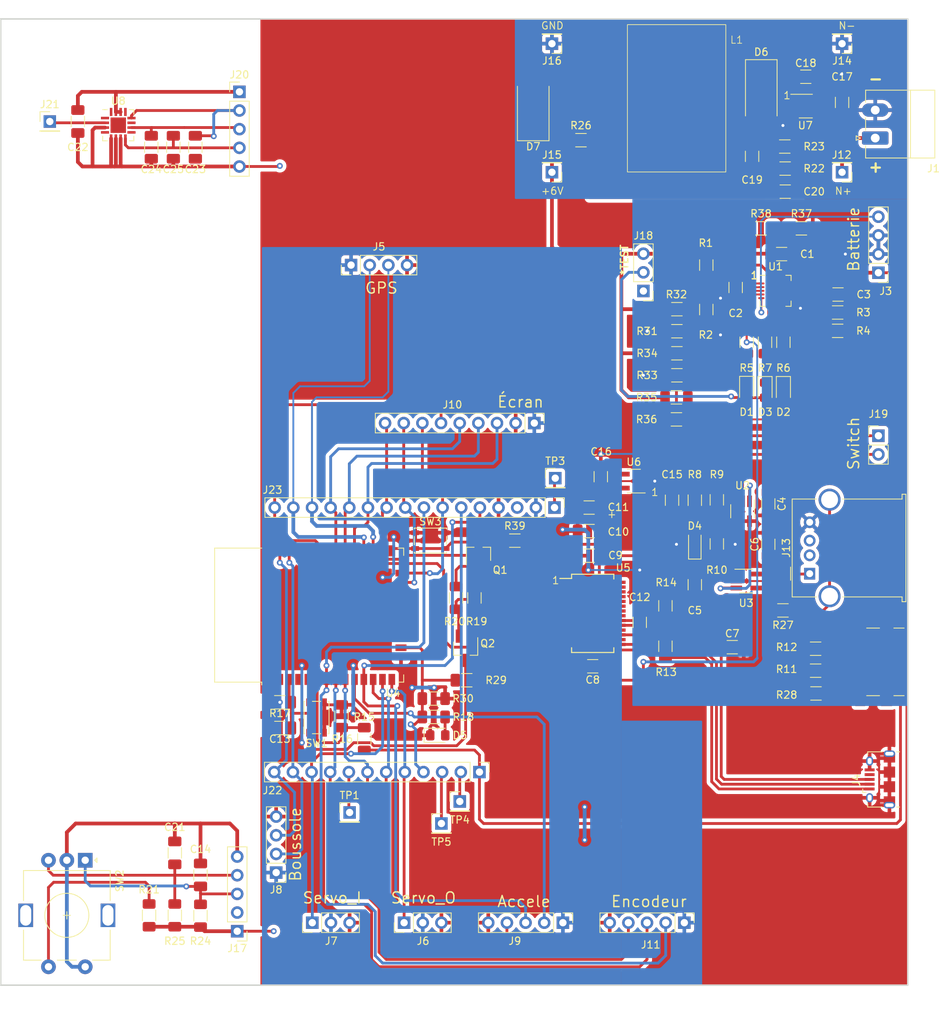
<source format=kicad_pcb>
(kicad_pcb (version 20221018) (generator pcbnew)
  (layers (0 "F.Cu" signal) (31 "B.Cu" signal) (34 "B.Paste" user) (35 "F.Paste" user) (36 "B.SilkS" user "B.Silkscreen") (37 "F.SilkS" user "F.Silkscreen") (38 "B.Mask" user) (39 "F.Mask" user) (44 "Edge.Cuts" user))
  (net 0 "")
  (net 1 "Net-(D6-K)")
  (net 2 "GND")
  (net 3 "Net-(J19-Pin_1)")
  (net 4 "Net-(U1-VPCC)")
  (net 5 "THERM")
  (net 6 "PG")
  (net 7 "Net-(U1-STAT2)")
  (net 8 "Net-(U1-STAT1{slash}~{LBO})")
  (net 9 "Net-(U1-PROG3)")
  (net 10 "Net-(U1-PROG1)")
  (net 11 "BATT")
  (net 12 "+6V")
  (net 13 "3.3V")
  (net 14 "Net-(Q2-COLLECTOR)")
  (net 17 "Net-(U4-IO34)")
  (net 18 "SW")
  (net 19 "A")
  (net 20 "B")
  (net 21 "AN0")
  (net 22 "AN1")
  (net 23 "AN2")
  (net 24 "PWM1")
  (net 25 "PWM0")
  (net 26 "LED")
  (net 33 "DC")
  (net 34 "RST")
  (net 35 "GPIO0")
  (net 36 "BL")
  (net 37 "RXD2")
  (net 38 "TXD2")
  (net 39 "SCK")
  (net 40 "MOSI")
  (net 41 "MISO")
  (net 43 "CS")
  (net 44 "RXD0")
  (net 45 "TXD0")
  (net 46 "SCL")
  (net 47 "SDA")
  (net 48 "DTR")
  (net 49 "RTS")
  (net 57 "Net-(J4-D+)")
  (net 58 "Net-(J4-D-)")
  (net 59 "Net-(U5-3V3OUT)")
  (net 60 "Net-(U5-~{RESET})")
  (net 65 "MCP_LOAD")
  (net 67 "Net-(D4-K)")
  (net 68 "VBUS")
  (net 69 "Net-(J17-Pin_3)")
  (net 70 "Net-(J17-Pin_5)")
  (net 71 "Net-(J1-Pin_1)")
  (net 72 "Net-(U7-BST)")
  (net 73 "Net-(C19-Pad1)")
  (net 74 "Net-(U7-FB)")
  (net 75 "Net-(J17-Pin_4)")
  (net 76 "Net-(J20-Pin_1)")
  (net 77 "Net-(J20-Pin_5)")
  (net 78 "Net-(J20-Pin_2)")
  (net 79 "Net-(J20-Pin_3)")
  (net 80 "Net-(J20-Pin_4)")
  (net 81 "Net-(D1-K)")
  (net 82 "Net-(D1-A)")
  (net 83 "Net-(D2-K)")
  (net 84 "Net-(D3-K)")
  (net 85 "Net-(D4-A)")
  (net 86 "Net-(D5-A)")
  (net 87 "Net-(J2-CC1)")
  (net 88 "Net-(J2-CC2)")
  (net 89 "Net-(J2-SHIELD)")
  (net 90 "Net-(J4-VBUS)")
  (net 94 "Net-(J13-Shield)")
  (net 95 "Net-(J17-Pin_1)")
  (net 96 "Net-(J17-Pin_2)")
  (net 98 "Net-(J21-Pin_1)")
  (net 99 "Net-(J22-Pin_2)")
  (net 100 "Net-(J22-Pin_3)")
  (net 101 "Net-(J23-Pin_1)")
  (net 102 "Net-(Q1-BASE)")
  (net 103 "Net-(Q2-BASE)")
  (net 104 "Net-(U2-IN-)")
  (net 105 "Net-(U2-OUT)")
  (net 114 "Net-(J22-Pin_8)")
  (net 115 "Net-(U1-SEL)")
  (net 116 "Net-(U1-PROG2)")
  (net 117 "Net-(U1-~{TE})")
  (net 118 "Net-(U1-CE)")
  (footprint "Resistor_SMD:R_1206_3216Metric_Pad1.30x1.75mm_HandSolder" (layer "F.Cu") (at 142.5 93.95 -90)
    (fp_text reference "R10")
    (fp_text value "88.5k")
  )
  (footprint "Package_TO_SOT_SMD:SOT-23-5_HandSoldering" (layer "F.Cu") (at 146 89.5 -90)
    (fp_text reference "U2")
    (fp_text value "MIC7211")
  )
  (footprint "Capacitor_SMD:C_1206_3216Metric_Pad1.33x1.80mm_HandSolder" (layer "F.Cu") (at 144.6 108)
    (fp_text reference "C7")
    (fp_text value "47pF")
  )
  (footprint "Resistor_SMD:R_1206_3216Metric_Pad1.30x1.75mm_HandSolder" (layer "F.Cu") (at 108.45 112.5 180)
    (fp_text reference "R29")
    (fp_text value "22k")
  )
  (footprint "LED_SMD:LED_0805_2012Metric_Pad1.15x1.40mm_HandSolder" (layer "F.Cu") (at 151.5625 73.025 -90)
    (fp_text reference "D2")
    (fp_text value "LED")
  )
  (footprint "Capacitor_SMD:C_1206_3216Metric_Pad1.33x1.80mm_HandSolder" (layer "F.Cu") (at 159.55 33.8625 90)
    (fp_text reference "C17")
    (fp_text value "4.7uF")
  )
  (footprint "Connector_PinHeader_2.54mm:PinHeader_1x02_P2.54mm_Vertical" (layer "F.Cu") (at 164.5 79.225)
    (fp_text reference "J19")
    (fp_text value "SWITCH")
  )
  (footprint "Capacitor_SMD:C_1206_3216Metric_Pad1.33x1.80mm_HandSolder" (layer "F.Cu") (at 149.5 94 90)
    (fp_text reference "C6")
    (fp_text value "1uF")
  )
  (footprint "Capacitor_SMD:C_1206_3216Metric_Pad1.33x1.80mm_HandSolder" (layer "F.Cu") (at 65.5 39.96 -90)
    (fp_text reference "C24")
    (fp_text value "0.1uF")
  )
  (footprint "Rotary_Encoder:RotaryEncoder_Alps_EC11E-Switch_Vertical_H20mm" (layer "F.Cu") (at 56.5 137 -90)
    (fp_text reference "SW2")
    (fp_text value "RotaryEncoder_Switch")
  )
  (footprint "Resistor_SMD:R_1206_3216Metric_Pad1.30x1.75mm_HandSolder" (layer "F.Cu") (at 142.5 87.95 -90)
    (fp_text reference "R9")
    (fp_text value "1500")
  )
  (footprint "Capacitor_SMD:C_1206_3216Metric_Pad1.33x1.80mm_HandSolder" (layer "F.Cu") (at 139.5 99.5 -90)
    (fp_text reference "C5")
    (fp_text value "1uF")
  )
  (footprint "Capacitor_SMD:C_1206_3216Metric_Pad1.33x1.80mm_HandSolder" (layer "F.Cu") (at 71.5 39.96 -90)
    (fp_text reference "C23")
    (fp_text value "0.1uF")
  )
  (footprint "Connector_PinHeader_2.54mm:PinHeader_1x01_P2.54mm_Vertical" (layer "F.Cu") (at 107.5 129)
    (fp_text reference "TP4")
    (fp_text value "TestPoint")
  )
  (footprint "LED_SMD:LED_0805_2012Metric_Pad1.15x1.40mm_HandSolder" (layer "F.Cu") (at 146.5625 73 -90)
    (fp_text reference "D1")
    (fp_text value "LED")
  )
  (footprint "Library:PA2729" (layer "F.Cu") (at 144.5 33.5 -90)
    (fp_text reference "L1")
    (fp_text value "8.3uH")
  )
  (footprint "Capacitor_SMD:C_1206_3216Metric_Pad1.33x1.80mm_HandSolder" (layer "F.Cu") (at 55.5 36.46 -90)
    (fp_text reference "C22")
    (fp_text value "0.1uF")
  )
  (footprint "Capacitor_SMD:C_1206_3216Metric_Pad1.33x1.80mm_HandSolder" (layer "F.Cu") (at 125.1125 89 180)
    (fp_text reference "C11")
    (fp_text value "4.7uF")
  )
  (footprint "Resistor_SMD:R_1206_3216Metric_Pad1.30x1.75mm_HandSolder" (layer "F.Cu") (at 115 93.5 180)
    (fp_text reference "R39")
    (fp_text value "10k")
  )
  (footprint "Resistor_SMD:R_1206_3216Metric_Pad1.30x1.75mm_HandSolder" (layer "F.Cu") (at 103.95 115)
    (fp_text reference "R30")
    (fp_text value "22k")
  )
  (footprint "Package_TO_SOT_SMD:SC-59_Handsoldering" (layer "F.Cu") (at 108.3 108.15 -90)
    (fp_text reference "Q2")
    (fp_text value "MMBT2222")
  )
  (footprint "Package_TO_SOT_SMD:SC-59_Handsoldering" (layer "F.Cu") (at 110.05 95.35 90)
    (fp_text reference "Q1")
    (fp_text value "MMBT2222")
  )
  (footprint "Capacitor_SMD:C_1206_3216Metric_Pad1.33x1.80mm_HandSolder" (layer "F.Cu") (at 132 104.625 90)
    (fp_text reference "C12")
    (fp_text value "0.1uF")
  )
  (footprint "Capacitor_SMD:C_1206_3216Metric_Pad1.33x1.80mm_HandSolder" (layer "F.Cu") (at 151.32 54.5)
    (fp_text reference "C1")
    (fp_text value "4.7uF")
  )
  (footprint "Resistor_SMD:R_1206_3216Metric_Pad1.30x1.75mm_HandSolder" (layer "F.Cu") (at 137.0625 65)
    (fp_text reference "R31")
    (fp_text value "0")
  )
  (footprint "Resistor_SMD:R_1206_3216Metric_Pad1.30x1.75mm_HandSolder" (layer "F.Cu") (at 148.5125 51 180)
    (fp_text reference "R38")
    (fp_text value "0")
  )
  (footprint "Connector_PinHeader_2.54mm:PinHeader_1x16_P2.54mm_Vertical" (layer "F.Cu") (at 120.4 89 -90)
    (fp_text reference "J23")
    (fp_text value "ESP32")
  )
  (footprint "Resistor_SMD:R_1206_3216Metric_Pad1.30x1.75mm_HandSolder" (layer "F.Cu") (at 137.0625 68 180)
    (fp_text reference "R34")
    (fp_text value "0")
  )
  (footprint "Resistor_SMD:R_1206_3216Metric_Pad1.30x1.75mm_HandSolder" (layer "F.Cu") (at 158.95 62.45)
    (fp_text reference "R3")
    (fp_text value "1k")
  )
  (footprint "Connector_PinHeader_2.54mm:PinHeader_1x05_P2.54mm_Vertical" (layer "F.Cu") (at 138.075 145.5 -90)
    (fp_text reference "J11")
    (fp_text value "Encodeur")
  )
  (footprint "Resistor_SMD:R_1206_3216Metric_Pad1.30x1.75mm_HandSolder" (layer "F.Cu") (at 151.5625 66.5 90)
    (fp_text reference "R6")
    (fp_text value "470")
  )
  (footprint "Connector_USB:USB_C_Receptacle_GCT_USB4135-GF-A_6P_TopMnt_Horizontal" (layer "F.Cu") (at 165 110 90)
    (fp_text reference "J2" hide)
    (fp_text value "USB_C_Receptacle_PowerOnly_6P")
  )
  (footprint "Capacitor_SMD:C_1206_3216Metric_Pad1.33x1.80mm_HandSolder" (layer "F.Cu") (at 72.2 139 90)
    (fp_text reference "C14")
    (fp_text value "0.01uF")
  )
  (footprint "Resistor_SMD:R_1206_3216Metric_Pad1.30x1.75mm_HandSolder" (layer "F.Cu") (at 135.5 107.875 90)
    (fp_text reference "R13")
    (fp_text value "4.7K")
  )
  (footprint "Connector_PinHeader_2.54mm:PinHeader_1x01_P2.54mm_Vertical" (layer "F.Cu") (at 120.05 43.3625 180)
    (fp_text reference "J15")
    (fp_text value "OUT+")
  )
  (footprint "Resistor_SMD:R_1206_3216Metric_Pad1.30x1.75mm_HandSolder" (layer "F.Cu") (at 137.0625 62 180)
    (fp_text reference "R32")
    (fp_text value "0")
  )
  (footprint "Diode_SMD:D_SOD-323_HandSoldering" (layer "F.Cu") (at 139.5 94 90)
    (fp_text reference "D4")
    (fp_text value "D_Zener")
  )
  (footprint "Package_DFN_QFN:QFN-20-1EP_4x4mm_P0.5mm_EP2.5x2.5mm" (layer "F.Cu") (at 150.5 59.5)
    (fp_text reference "U1")
    (fp_text value "MCP73871")
  )
  (footprint "Resistor_SMD:R_1206_3216Metric_Pad1.30x1.75mm_HandSolder" (layer "F.Cu") (at 154.0125 51 180)
    (fp_text reference "R37")
    (fp_text value "0")
  )
  (footprint "Connector_PinHeader_2.54mm:PinHeader_1x01_P2.54mm_Vertical" (layer "F.Cu") (at 105 132)
    (fp_text reference "TP5")
    (fp_text value "TestPoint")
  )
  (footprint "Connector_Phoenix_MC:PhoenixContact_MC_1,5_2-G-3.81_1x02_P3.81mm_Horizontal" (layer "F.Cu") (at 164.0675 38.7125 90)
    (fp_text reference "J1")
    (fp_text value "Pann_Sol")
  )
  (footprint "Resistor_SMD:R_1206_3216Metric_Pad1.30x1.75mm_HandSolder" (layer "F.Cu") (at 149.0625 66.5 90)
    (fp_text reference "R7")
    (fp_text value "470")
  )
  (footprint "Connector_PinHeader_2.54mm:PinHeader_1x05_P2.54mm_Vertical" (layer "F.Cu") (at 77.2 146.66 180)
    (fp_text reference "J17")
    (fp_text value "Encodeur")
  )
  (footprint "Resistor_SMD:R_1206_3216Metric_Pad1.30x1.75mm_HandSolder" (layer "F.Cu") (at 137 74 180)
    (fp_text reference "R35")
    (fp_text value "0")
  )
  (footprint "Capacitor_SMD:C_1206_3216Metric_Pad1.33x1.80mm_HandSolder" (layer "F.Cu") (at 145.0625 59.05 -90)
    (fp_text reference "C2")
    (fp_text value "4.7uF")
  )
  (footprint "Capacitor_SMD:C_1206_3216Metric_Pad1.33x1.80mm_HandSolder" (layer "F.Cu") (at 147.3 41.2 90)
    (fp_text reference "C19")
    (fp_text value "22uF")
  )
  (footprint "Resistor_SMD:R_1206_3216Metric_Pad1.30x1.75mm_HandSolder" (layer "F.Cu") (at 137.0625 71)
    (fp_text reference "R33")
    (fp_text value "0")
  )
  (footprint "Package_CSP:LFCSP-16-1EP_4x4mm_P0.65mm_EP2.1x2.1mm" (layer "F.Cu") (at 61 36.96)
    (fp_text reference "U8")
    (fp_text value "ADXL335")
  )
  (footprint "Resistor_SMD:R_1206_3216Metric_Pad1.30x1.75mm_HandSolder" (layer "F.Cu") (at 151.5 103)
    (fp_text reference "R27")
    (fp_text value "0")
  )
  (footprint "Resistor_SMD:R_1206_3216Metric_Pad1.30x1.75mm_HandSolder" (layer "F.Cu") (at 155.95 111.2 180)
    (fp_text reference "R11")
    (fp_text value "5.1k")
  )
  (footprint "Resistor_SMD:R_1206_3216Metric_Pad1.30x1.75mm_HandSolder" (layer "F.Cu") (at 158.95 64.95)
    (fp_text reference "R4")
    (fp_text value "9.6k")
  )
  (footprint "Resistor_SMD:R_1206_3216Metric_Pad1.30x1.75mm_HandSolder" (layer "F.Cu") (at 141.0625 56 -90)
    (fp_text reference "R1")
    (fp_text value "68.57K")
  )
  (footprint "Resistor_SMD:R_1206_3216Metric_Pad1.30x1.75mm_HandSolder" (layer "F.Cu") (at 109.5 101.3 -90)
    (fp_text reference "R19")
    (fp_text value "10k")
  )
  (footprint "Capacitor_SMD:C_1206_3216Metric_Pad1.33x1.80mm_HandSolder" (layer "F.Cu") (at 151.8125 46)
    (fp_text reference "C20")
    (fp_text value "100pF")
  )
  (footprint "Capacitor_SMD:C_1206_3216Metric_Pad1.33x1.80mm_HandSolder" (layer "F.Cu") (at 126.7 84.8 90)
    (fp_text reference "C16")
    (fp_text value "1uF")
  )
  (footprint "Capacitor_SMD:C_1206_3216Metric_Pad1.33x1.80mm_HandSolder" (layer "F.Cu") (at 125.1125 92.2 180)
    (fp_text reference "C10")
    (fp_text value "0.1uF")
  )
  (footprint "Connector_PinHeader_2.54mm:PinHeader_1x03_P2.54mm_Vertical" (layer "F.Cu") (at 132.5 59.525 180)
    (fp_text reference "J18")
    (fp_text value "Jumper")
  )
  (footprint "Button_Switch_SMD:SW_SPST_PTS810" (layer "F.Cu") (at 103.5 93.5)
    (fp_text reference "SW3")
    (fp_text value "SW_MEC_5E")
  )
  (footprint "Connector_PinHeader_2.54mm:PinHeader_1x09_P2.54mm_Vertical" (layer "F.Cu") (at 117.65 77.5 -90)
    (fp_text reference "J10")
    (fp_text value "Écran")
  )
  (footprint "Resistor_SMD:R_1206_3216Metric_Pad1.30x1.75mm_HandSolder" (layer "F.Cu") (at 141.0625 62.05 -90)
    (fp_text reference "R2")
    (fp_text value "110k")
  )
  (footprint "Connector_PinHeader_2.54mm:PinHeader_1x03_P2.54mm_Vertical" (layer "F.Cu") (at 87.42 145.5 90)
    (fp_text reference "J7")
    (fp_text value "Servo_I")
  )
  (footprint "Connector_PinHeader_2.54mm:PinHeader_1x01_P2.54mm_Vertical" (layer "F.Cu") (at 120.05 25.8625 180)
    (fp_text reference "J16")
    (fp_text value "OUT-")
  )
  (footprint "Capacitor_SMD:C_1206_3216Metric_Pad1.33x1.80mm_HandSolder" (layer "F.Cu") (at 159 60)
    (fp_text reference "C3")
    (fp_text value "4.7uF")
  )
  (footprint "Connector_PinHeader_2.54mm:PinHeader_1x04_P2.54mm_Vertical" (layer "F.Cu") (at 164.5 57.04 180)
    (fp_text reference "J3")
    (fp_text value "BATT")
  )
  (footprint "Connector_PinHeader_2.54mm:PinHeader_1x01_P2.54mm_Vertical" (layer "F.Cu") (at 120.5 85)
    (fp_text reference "TP3")
    (fp_text value "TestPoint")
  )
  (footprint "Connector_PinHeader_2.54mm:PinHeader_1x05_P2.54mm_Vertical" (layer "F.Cu") (at 121.54 145.5 -90)
    (fp_text reference "J9")
    (fp_text value "Accelerometre")
  )
  (footprint "Package_TO_SOT_SMD:SOT-23-6_Handsoldering" (layer "F.Cu") (at 154.6125 34.3625)
    (fp_text reference "U7")
    (fp_text value "AP5100")
  )
  (footprint "Connector_PinHeader_2.54mm:PinHeader_1x05_P2.54mm_Vertical" (layer "F.Cu") (at 77.5 32.42)
    (fp_text reference "J20")
    (fp_text value "Accelerometre")
  )
  (footprint "Diode_SMD:D_SMA-SMB_Universal_Handsoldering" (layer "F.Cu") (at 148.55 33 -90)
    (fp_text reference "D6")
    (fp_text value "B230")
  )
  (footprint "Capacitor_SMD:C_1206_3216Metric_Pad1.33x1.80mm_HandSolder" (layer "F.Cu") (at 68.7 136 90)
    (fp_text reference "C21")
    (fp_text value "0.01uF")
  )
  (footprint "Resistor_SMD:R_1206_3216Metric_Pad1.30x1.75mm_HandSolder" (layer "F.Cu") (at 151.75 39.8625 180)
    (fp_text reference "R23")
    (fp_text value "7.79k")
  )
  (footprint "Connector_USB:USB_A_Molex_67643_Horizontal" (layer "F.Cu") (at 155.14 98 90)
    (fp_text reference "J13")
    (fp_text value "USB_A")
  )
  (footprint "Capacitor_SMD:C_1206_3216Metric_Pad1.33x1.80mm_HandSolder" (layer "F.Cu") (at 125.6 110.6 180)
    (fp_text reference "C8")
    (fp_text value "47pF")
  )
  (footprint "Diode_SMD:D_SMB_Handsoldering" (layer "F.Cu") (at 117.5 34.3625 90)
    (fp_text reference "D7")
    (fp_text value "6.8")
  )
  (footprint "LED_SMD:LED_0805_2012Metric_Pad1.15x1.40mm_HandSolder" (layer "F.Cu") (at 104.5 120)
    (fp_text reference "D5")
    (fp_text value "LED")
  )
  (footprint "Resistor_SMD:R_1206_3216Metric_Pad1.30x1.75mm_HandSolder" (layer "F.Cu") (at 137 77)
    (fp_text reference "R36")
    (fp_text value "0")
  )
  (footprint "Connector_PinHeader_2.54mm:PinHeader_1x01_P2.54mm_Vertical" (layer "F.Cu") (at 159.55 25.8625 180)
    (fp_text reference "J14")
    (fp_text value "N-")
  )
  (footprint "Resistor_SMD:R_1206_3216Metric_Pad1.30x1.75mm_HandSolder" (layer "F.Cu") (at 156 114.3)
    (fp_text reference "R28")
    (fp_text value "0")
  )
  (footprint "Resistor_SMD:R_1206_3216Metric_Pad1.30x1.75mm_HandSolder" (layer "F.Cu") (at 151.8 42.8625)
    (fp_text reference "R22")
    (fp_text value "49.9k")
  )
  (footprint "Capacitor_SMD:C_1206_3216Metric_Pad1.33x1.80mm_HandSolder" (layer "F.Cu") (at 136.4 88 -90)
    (fp_text reference "C15")
    (fp_text value "1uF")
  )
  (footprint "Capacitor_SMD:C_1206_3216Metric_Pad1.33x1.80mm_HandSolder" (layer "F.Cu") (at 83 119 180)
    (fp_text reference "C13")
    (fp_text value "1uF")
  )
  (footprint "RF_Module:ESP32-WROOM-32" (layer "F.Cu") (at 89.985 103.64 90)
    (fp_text reference "U4")
    (fp_text value "ESP32-WROOM-32")
  )
  (footprint "Package_SO:SSOP-28_5.3x10.2mm_P0.65mm" (layer "F.Cu") (at 125.6 103.4)
    (fp_text reference "U5")
    (fp_text value "FT232RL")
  )
  (footprint "Package_TO_SOT_SMD:SOT-23-5_HandSoldering" (layer "F.Cu") (at 131.2 85.4 180)
    (fp_text reference "U6")
    (fp_text value "MIC5317-3.3YM5")
  )
  (footprint "Resistor_SMD:R_1206_3216Metric_Pad1.30x1.75mm_HandSolder" (layer "F.Cu") (at 155.95 108.21 180)
    (fp_text reference "R12")
    (fp_text value "5.1k")
  )
  (footprint "Resistor_SMD:R_1206_3216Metric_Pad1.30x1.75mm_HandSolder" (layer "F.Cu") (at 72.2 144.55 90)
    (fp_text reference "R24")
    (fp_text value "10k")
  )
  (footprint "Resistor_SMD:R_1206_3216Metric_Pad1.30x1.75mm_HandSolder" (layer "F.Cu") (at 124 39 180)
    (fp_text reference "R26")
    (fp_text value "0")
  )
  (footprint "Resistor_SMD:R_1206_3216Metric_Pad1.30x1.75mm_HandSolder" (layer "F.Cu") (at 91.4 117.4 90)
    (fp_text reference "R16")
    (fp_text value "5k")
  )
  (footprint "Connector_PinHeader_2.54mm:PinHeader_1x01_P2.54mm_Vertical" (layer "F.Cu") (at 51.68 36.46)
    (fp_text reference "J21")
    (fp_text value "ST")
  )
  (footprint "Resistor_SMD:R_1206_3216Metric_Pad1.30x1.75mm_HandSolder" (layer "F.Cu") (at 94.5 120.5 90)
    (fp_text reference "R15")
    (fp_text value "5k")
  )
  (footprint "Capacitor_SMD:C_1206_3216Metric_Pad1.33x1.80mm_HandSolder" (layer "F.Cu") (at 154.6125 30.3625)
    (fp_text reference "C18")
    (fp_text value "22nF")
  )
  (footprint "Capacitor_SMD:C_1206_3216Metric_Pad1.33x1.80mm_HandSolder" (layer "F.Cu") (at 125.1125 95.55 180)
    (fp_text reference "C9")
    (fp_text value "0.1uF")
  )
  (footprint "Button_Switch_SMD:SW_SPST_PTS810" (layer "F.Cu") (at 88 117.575 -90)
    (fp_text reference "SW1")
    (fp_text value "SW_MEC_5E")
  )
  (footprint "Connector_PinHeader_2.54mm:PinHeader_1x04_P2.54mm_Vertical" (layer "F.Cu") (at 82.5 138.68 180)
    (fp_text reference "J8")
    (fp_text value "Boussole")
  )
  (footprint "Connector_USB:USB_Micro-B_Amphenol_10118194_Horizontal" (layer "F.Cu") (at 164.7 126 90)
    (fp_text reference "J4")
    (fp_text value "USB_B_Micro")
  )
  (footprint "LED_SMD:LED_0805_2012Metric_Pad1.15x1.40mm_HandSolder" (layer "F.Cu") (at 149.0625 73.025 -90)
    (fp_text reference "D3")
    (fp_text value "LED")
  )
  (footprint "Connector_PinHeader_2.54mm:PinHeader_1x04_P2.54mm_Vertical" (layer "F.Cu") (at 92.7 56 90)
    (fp_text reference "J5")
    (fp_text value "Module GPS")
  )
  (footprint "Capacitor_SMD:C_1206_3216Metric_Pad1.33x1.80mm_HandSolder" (layer "F.Cu") (at 68.5 39.96 -90)
    (fp_text reference "C25")
    (fp_text value "0.1uF")
  )
  (footprint "Resistor_SMD:R_1206_3216Metric_Pad1.30x1.75mm_HandSolder" (layer "F.Cu") (at 83 115.5)
    (fp_text reference "R17")
    (fp_text value "10k")
  )
  (footprint "Resistor_SMD:R_1206_3216Metric_Pad1.30x1.75mm_HandSolder" (layer "F.Cu") (at 65.2 144.5 90)
    (fp_text reference "R21")
    (fp_text value "10k")
  )
  (footprint "Resistor_SMD:R_1206_3216Metric_Pad1.30x1.75mm_HandSolder" (layer "F.Cu") (at 139.5 88 -90)
    (fp_text reference "R8")
    (fp_text value "1")
  )
  (footprint "Resistor_SMD:R_1206_3216Metric_Pad1.30x1.75mm_HandSolder" (layer "F.Cu") (at 135.5 102.375 90)
    (fp_text reference "R14")
    (fp_text value "10k")
  )
  (footprint "Resistor_SMD:R_1206_3216Metric_Pad1.30x1.75mm_HandSolder" (layer "F.Cu") (at 107 101.3 90)
    (fp_text reference "R20")
    (fp_text value "10k")
  )
  (footprint "Resistor_SMD:R_1206_3216Metric_Pad1.30x1.75mm_HandSolder" (layer "F.Cu") (at 146.5625 66.5 90)
    (fp_text reference "R5")
    (fp_text value "470")
  )
  (footprint "Connector_PinHeader_2.54mm:PinHeader_1x01_P2.54mm_Vertical" (layer "F.Cu") (at 159.55 43.3625 180)
    (fp_text reference "J12")
    (fp_text value "N+")
  )
  (footprint "Connector_PinHeader_2.54mm:PinHeader_1x03_P2.54mm_Vertical" (layer "F.Cu") (at 99.92 145.5 90)
    (fp_text reference "J6")
    (fp_text value "Servo_O")
  )
  (footprint "Package_TO_SOT_SMD:SOT-23-5_HandSoldering" (layer "F.Cu") (at 146.5 99)
    (fp_text reference "U3")
    (fp_text value "TPS7A24")
  )
  (footprint "Resistor_SMD:R_1206_3216Metric_Pad1.30x1.75mm_HandSolder" (layer "F.Cu") (at 68.7 144.5 90)
    (fp_text reference "R25")
    (fp_text value "10k")
  )
  (footprint "Connector_PinHeader_2.54mm:PinHeader_1x01_P2.54mm_Vertical" (layer "F.Cu") (at 92.5 130.5)
    (fp_text reference "TP1")
    (fp_text value "TestPoint")
  )
  (footprint "Resistor_SMD:R_1206_3216Metric_Pad1.30x1.75mm_HandSolder" (layer "F.Cu") (at 103.95 117.5)
    (fp_text reference "R18")
    (fp_text value "470")
  )
  (footprint "Capacitor_SMD:C_1206_3216Metric_Pad1.33x1.80mm_HandSolder" (layer "F.Cu") (at 149.5 88.5 -90)
    (fp_text reference "C4")
    (fp_text value "0.1uF")
  )
  (footprint "Connector_PinHeader_2.54mm:PinHeader_1x12_P2.54mm_Vertical" (layer "F.Cu") (at 110.18 125 -90)
    (fp_text reference "J22")
    (fp_text value "ESP32")
  )
  (gr_rect (start 45 22.5) (end 168.5 154) (stroke (width 0.2)) (fill none) (layer "Edge.Cuts"))
  (gr_text "Accele" (at 112.5 143.5) (layer "F.SilkS") (effects (font (size 1.5 1.5) (thickness 0.1875)) (justify left bottom)))
  (gr_text "Switch" (at 162 84 90) (layer "F.SilkS") (effects (font (size 1.5 1.5) (thickness 0.1875)) (justify left bottom)))
  (gr_text "1" (at 147 58) (layer "F.SilkS") (effects (font (size 1 1) (thickness 0.1875)) (justify left bottom)))
  (gr_text "1" (at 151.5 33.5) (layer "F.SilkS") (effects (font (size 1 1) (thickness 0.125)) (justify left bottom)))
  (gr_text "+6V" (at 118.5 46.5) (layer "F.SilkS") (effects (font (size 1 1) (thickness 0.125)) (justify left bottom)))
  (gr_text "+" (at 127.5 90.5) (layer "F.SilkS") (effects (font (size 1 1) (thickness 0.125)) (justify left bottom)))
  (gr_text "N+" (at 158.5 46.5) (layer "F.SilkS") (effects (font (size 1 1) (thickness 0.125)) (justify left bottom)))
  (gr_text "GND" (at 118.5 24) (layer "F.SilkS") (effects (font (size 1 1) (thickness 0.125)) (justify left bottom)))
  (gr_text "-" (at 163 31.5) (layer "F.SilkS") (effects (font (size 1.5 1.5) (thickness 0.3) bold) (justify left bottom)))
  (gr_text "GPS" (at 94.5 60) (layer "F.SilkS") (effects (font (size 1.5 1.5) (thickness 0.1875)) (justify left bottom)))
  (gr_text "Boussole" (at 86 140 90) (layer "F.SilkS") (effects (font (size 1.5 1.5) (thickness 0.1875)) (justify left bottom)))
  (gr_text "1" (at 133.5 87.5) (layer "F.SilkS") (effects (font (size 1 1) (thickness 0.125)) (justify left bottom)))
  (gr_text "*TEST" (at 130.5 57.5 90) (layer "F.SilkS") (effects (font (size 1 1) (thickness 0.2) bold) (justify left bottom)))
  (gr_text "Servo_O" (at 98 143) (layer "F.SilkS") (effects (font (size 1.5 1.5) (thickness 0.1875)) (justify left bottom)))
  (gr_text "+" (at 163 43.5) (layer "F.SilkS") (effects (font (size 1.5 1.5) (thickness 0.3) bold) (justify left bottom)))
  (gr_text "Écran\n" (at 112.5 75.5) (layer "F.SilkS") (effects (font (size 1.5 1.5) (thickness 0.1875)) (justify left bottom)))
  (gr_text "Servo_I" (at 86 143) (layer "F.SilkS") (effects (font (size 1.5 1.5) (thickness 0.1875)) (justify left bottom)))
  (gr_text "N-" (at 159 24) (layer "F.SilkS") (effects (font (size 1 1) (thickness 0.125)) (justify left bottom)))
  (gr_text "Encodeur" (at 128 143.5) (layer "F.SilkS") (effects (font (size 1.5 1.5) (thickness 0.1875)) (justify left bottom)))
  (gr_text "Batterie" (at 162 57 90) (layer "F.SilkS") (effects (font (size 1.5 1.5) (thickness 0.1875)) (justify left bottom)))
  (gr_text "1" (at 120 99.5) (layer "F.SilkS") (effects (font (size 1 1) (thickness 0.125)) (justify left bottom)))
  (segment (start 155.0375 26.35) (end 156.05 27.3625) (width 0.381) (layer "F.Cu") (net 1))
  (segment (start 148.55 30.1) (end 148.55 26.35) (width 0.381) (layer "F.Cu") (net 1))
  (segment (start 156.05 27.3625) (end 156.05 30.2375) (width 0.381) (layer "F.Cu") (net 1))
  (segment (start 156.175 30.3625) (end 156.175 33.2) (width 0.381) (layer "F.Cu") (net 1))
  (segment (start 156.05 30.2375) (end 156.175 30.3625) (width 0.381) (layer "F.Cu") (net 1))
  (segment (start 128.6 26.35) (end 148.55 26.35) (width 0.381) (layer "F.Cu") (net 1))
  (segment (start 156.175 33.2) (end 155.9625 33.4125) (width 0.381) (layer "F.Cu") (net 1))
  (segment (start 148.55 26.35) (end 155.0375 26.35) (width 0.381) (layer "F.Cu") (net 1))
  (segment (start 153.8825 60.8825) (end 153.8825 61.875) (width 0.254) (layer "F.Cu") (net 2))
  (segment (start 134.05 85.4) (end 132.55 85.4) (width 0.381) (layer "F.Cu") (net 2))
  (segment (start 129.2 105.675) (end 127.5 105.675) (width 0.381) (layer "F.Cu") (net 2))
  (segment (start 127.5 101.569) (end 127.5 103.5) (width 0.381) (layer "F.Cu") (net 2))
  (segment (start 127.944 101.125) (end 127.5 101.569) (width 0.381) (layer "F.Cu") (net 2))
  (segment (start 120.05 25.8625) (end 120.05 30.95) (width 0.508) (layer "F.Cu") (net 2))
  (segment (start 123.575 103.075) (end 122 103.075) (width 0.381) (layer "F.Cu") (net 2))
  (segment (start 151.5 60.5) (end 150.5 59.5) (width 0.254) (layer "F.Cu") (net 2))
  (segment (start 127.5 105.675) (end 124.2125 105.675) (width 0.381) (layer "F.Cu") (net 2))
  (segment (start 124.0375 105.5) (end 124.0375 103.5375) (width 0.381) (layer "F.Cu") (net 2))
  (segment (start 119.3375 31.6625) (end 117.5 31.6625) (width 0.508) (layer "F.Cu") (net 2))
  (segment (start 127.5 103.5) (end 127.5 105.675) (width 0.381) (layer "F.Cu") (net 2))
  (segment (start 124.2125 105.675) (end 124.0375 105.5) (width 0.381) (layer "F.Cu") (net 2))
  (segment (start 120.05 30.95) (end 119.3375 31.6625) (width 0.508) (layer "F.Cu") (net 2))
  (segment (start 152.4375 60.5) (end 151.5 60.5) (width 0.254) (layer "F.Cu") (net 2))
  (segment (start 151.5 61.4375) (end 151.5 60.5) (width 0.254) (layer "F.Cu") (net 2))
  (segment (start 126.7 81.7) (end 126.7 83.2375) (width 0.254) (layer "F.Cu") (net 2))
  (segment (start 124.0375 103.5375) (end 123.575 103.075) (width 0.381) (layer "F.Cu") (net 2))
  (segment (start 124.0375 110.6) (end 124.0375 105.5) (width 0.381) (layer "F.Cu") (net 2))
  (segment (start 91.4 115.85) (end 89.425 115.85) (width 0.381) (layer "F.Cu") (net 2))
  (segment (start 89.075 115.5) (end 89.075 119.65) (width 0.381) (layer "F.Cu") (net 2))
  (segment (start 129.2 101.125) (end 127.944 101.125) (width 0.381) (layer "F.Cu") (net 2))
  (segment (start 129.2 103.725) (end 127.725 103.725) (width 0.381) (layer "F.Cu") (net 2))
  (segment (start 153.5 60.5) (end 153.8825 60.8825) (width 0.254) (layer "F.Cu") (net 2))
  (segment (start 89.425 115.85) (end 89.075 115.5) (width 0.381) (layer "F.Cu") (net 2))
  (segment (start 129.2 100.475) (end 129.2 101.125) (width 0.381) (layer "F.Cu") (net 2))
  (segment (start 127.725 103.725) (end 127.5 103.5) (width 0.381) (layer "F.Cu") (net 2))
  (segment (start 152.4375 60.5) (end 153.5 60.5) (width 0.254) (layer "F.Cu") (net 2))
  (via (at 153.8825 61.875) (size 0.8) (drill 0.4) (layers "F.Cu" "B.Cu") (net 2))
  (via (at 125 97.5) (size 0.8) (drill 0.4) (layers "F.Cu" "B.Cu") (net 2))
  (via (at 101 113.5) (size 0.8) (drill 0.4) (layers "F.Cu" "B.Cu") (net 2))
  (via (at 93 117) (size 0.8) (drill 0.4) (layers "F.Cu" "B.Cu") (net 2))
  (via (at 151.5 37) (size 0.8) (drill 0.4) (layers "F.Cu" "B.Cu") (net 2))
  (via (at 145 94) (size 0.8) (drill 0.4) (layers "F.Cu" "B.Cu") (net 2))
  (via (at 143 60.5) (size 0.8) (drill 0.4) (layers "F.Cu" "B.Cu") (net 2))
  (via (at 137 94) (size 0.8) (drill 0.4) (layers "F.Cu" "B.Cu") (net 2))
  (via (at 132 97.5) (size 0.8) (drill 0.4) (layers "F.Cu" "B.Cu") (net 2))
  (via (at 86 121) (size 0.8) (drill 0.4) (layers "F.Cu" "B.Cu") (net 2))
  (via (at 159.5 30) (size 0.8) (drill 0.4) (layers "F.Cu" "B.Cu") (net 2))
  (via (at 160 54.5) (size 0.8) (drill 0.4) (layers "F.Cu" "B.Cu") (net 2))
  (via (at 143 65.5) (size 0.8) (drill 0.4) (layers "F.Cu" "B.Cu") (net 2))
  (via (at 126.7 81.7) (size 0.8) (drill 0.4) (layers "F.Cu" "B.Cu") (net 2))
  (via (at 134.05 85.4) (size 0.8) (drill 0.4) (layers "F.Cu" "B.Cu") (net 2))
  (via (at 98.5 93) (size 0.8) (drill 0.4) (layers "F.Cu" "B.Cu") (net 2))
  (via (at 124.5 134.25) (size 0.8) (drill 0.4) (layers "F.Cu" "B.Cu") (net 2))
  (via (at 97 98.5) (size 0.8) (drill 0.4) (layers "F.Cu" "B.Cu") (net 2))
  (via (at 86 110.5) (size 0.8) (drill 0.4) (layers "F.Cu" "B.Cu") (net 2))
  (via (at 93 110.5) (size 0.8) (drill 0.4) (layers "F.Cu" "B.Cu") (net 2))
  (via (at 133 65) (size 0.8) (drill 0.4) (layers "F.Cu" "B.Cu") (net 2))
  (via (at 132.5 71) (size 0.8) (drill 0.4) (layers "F.Cu" "B.Cu") (net 2))
  (via (at 121.5 92) (size 0.8) (drill 0.4) (layers "F.Cu" "B.Cu") (net 2))
  (via (at 104 113.5) (size 0.8) (drill 0.4) (layers "F.Cu" "B.Cu") (net 2))
  (via (at 124.5 129.75) (size 0.8) (drill 0.4) (layers "F.Cu" "B.Cu") (net 2))
  (segment (start 134.05 85.4) (end 134 85.35) (width 0.254) (layer "B.Cu") (net 2))
  (segment (start 97 98.5) (end 98 98.5) (width 0.381) (layer "B.Cu") (net 2))
  (segment (start 134 85.35) (end 134 82.5) (width 0.254) (layer "B.Cu") (net 2))
  (segment (start 132 97.5) (end 125 97.5) (width 0.254) (layer "B.Cu") (net 2))
  (segment (start 134 82.5) (end 133.2 81.7) (width 0.254) (layer "B.Cu") (net 2))
  (segment (start 104 113.5) (end 101 113.5) (width 0.508) (layer "B.Cu") (net 2))
  (segment (start 125 92.5) (end 124.5 92) (width 0.508) (layer "B.Cu") (net 2))
  (segment (start 93 110.5) (end 93 117) (width 0.508) (layer "B.Cu") (net 2))
  (segment (start 98.5 98) (end 98.5 93) (width 0.381) (layer "B.Cu") (net 2))
  (segment (start 124.5 129.75) (end 124.5 134.25) (width 0.508) (layer "B.Cu") (net 2))
  (segment (start 98 98.5) (end 98.5 98) (width 0.381) (layer "B.Cu") (net 2))
  (segment (start 124.5 92) (end 121.5 92) (width 0.508) (layer "B.Cu") (net 2))
  (segment (start 86 110.5) (end 86 121) (width 0.381) (layer "B.Cu") (net 2))
  (segment (start 133.2 81.7) (end 126.7 81.7) (width 0.254) (layer "B.Cu") (net 2))
  (segment (start 125 97.5) (end 125 92.5) (width 0.508) (layer "B.Cu") (net 2))
  (segment (start 145.0625 57.4875) (end 145.0625 56.0625) (width 0.381) (layer "F.Cu") (net 3))
  (segment (start 147.5 58.5) (end 147 58) (width 0.381) (layer "F.Cu") (net 3))
  (segment (start 149.5 57) (end 148.5 56) (width 0.381) (layer "F.Cu") (net 3))
  (segment (start 149.5 57.5625) (end 149.5 57) (width 0.254) (layer "F.Cu") (net 3))
  (segment (start 147 58) (end 147 56) (width 0.381) (layer "F.Cu") (net 3))
  (segment (start 137.725 79.225) (end 137 78.5) (width 0.381) (layer "F.Cu") (net 3))
  (segment (start 163.5 79.225) (end 137.725 79.225) (width 0.381) (layer "F.Cu") (net 3))
  (segment (start 145.0625 56.0625) (end 145 56) (width 0.381) (layer "F.Cu") (net 3))
  (segment (start 148.5 56) (end 147 56) (width 0.381) (layer "F.Cu") (net 3))
  (segment (start 137 78.5) (end 137 56.5) (width 0.381) (layer "F.Cu") (net 3))
  (segment (start 148.5625 58.5) (end 147.5 58.5) (width 0.254) (layer "F.Cu") (net 3))
  (segment (start 137.5 56) (end 145 56) (width 0.381) (layer "F.Cu") (net 3))
  (segment (start 147 56) (end 145 56) (width 0.381) (layer "F.Cu") (net 3))
  (segment (start 137 56.5) (end 137.5 56) (width 0.381) (layer "F.Cu") (net 3))
  (segment (start 141.0832 59.0207) (end 148.5418 59.0207) (width 0.254) (layer "F.Cu") (net 4))
  (segment (start 141.0625 57.55) (end 141.0625 59) (width 0.381) (layer "F.Cu") (net 4))
  (segment (start 141.0625 59) (end 141.0625 60.5) (width 0.381) (layer "F.Cu") (net 4))
  (segment (start 148.5418 59.0207) (end 148.5625 59) (width 0.254) (layer "F.Cu") (net 4))
  (segment (start 141.0625 59) (end 141.0832 59.0207) (width 0.254) (layer "F.Cu") (net 4))
  (segment (start 148.5625 62.4375) (end 148.5625 60.5) (width 0.254) (layer "F.Cu") (net 5))
  (via (at 148.5625 62.4375) (size 0.8) (drill 0.4) (layers "F.Cu" "B.Cu") (net 5))
  (segment (start 148.5 50) (end 149.08 49.42) (width 0.254) (layer "B.Cu") (net 5))
  (segment (start 149.08 49.42) (end 164.5 49.42) (width 0.254) (layer "B.Cu") (net 5))
  (segment (start 148.5 62.375) (end 148.5 50) (width 0.254) (layer "B.Cu") (net 5))
  (segment (start 148.5625 62.4375) (end 148.5 62.375) (width 0.254) (layer "B.Cu") (net 5))
  (segment (start 132.5 111.5) (end 131.5 112.5) (width 0.381) (layer "F.Cu") (net 6))
  (segment (start 146.5625 64.95) (end 146.5625 63.9375) (width 0.254) (layer "F.Cu") (net 6))
  (segment (start 146.5625 63.9375) (end 147 63.5) (width 0.254) (layer "F.Cu") (net 6))
  (segment (start 131.5 112.5) (end 110 112.5) (width 0.381) (layer "F.Cu") (net 6))
  (segment (start 149 63.5) (end 149.5 63) (width 0.254) (layer "F.Cu") (net 6))
  (segment (start 146.5625 66.5) (end 146.5625 65.604473) (width 0.254) (layer "F.Cu") (net 6))
  (segment (start 149.5 63) (end 149.5 61.4375) (width 0.254) (layer "F.Cu") (net 6))
  (segment (start 146.5625 66.5) (end 146.5625 64.95) (width 0.254) (layer "F.Cu") (net 6))
  (segment (start 147 63.5) (end 149 63.5) (width 0.254) (layer "F.Cu") (net 6))
  (segment (start 132.5 110) (end 132.5 111.5) (width 0.381) (layer "F.Cu") (net 6))
  (via (at 132.5 110) (size 0.8) (drill 0.4) (layers "F.Cu" "B.Cu") (net 6))
  (via (at 146.5625 66.5) (size 0.8) (drill 0.4) (layers "F.Cu" "B.Cu") (net 6))
  (segment (start 148 67) (end 148 109.5) (width 0.254) (layer "B.Cu") (net 6))
  (segment (start 147.5 110) (end 148 109.5) (width 0.381) (layer "B.Cu") (net 6))
  (segment (start 147.5 66.5) (end 148 67) (width 0.254) (layer "B.Cu") (net 6))
  (segment (start 146.5625 66.5) (end 147.5 66.5) (width 0.254) (layer "B.Cu") (net 6))
  (segment (start 147.5 110) (end 132.5 110) (width 0.381) (layer "B.Cu") (net 6))
  (segment (start 150 64.0125) (end 149.0625 64.95) (width 0.254) (layer "F.Cu") (net 7))
  (segment (start 150 61.4375) (end 150 64.0125) (width 0.254) (layer "F.Cu") (net 7))
  (segment (start 151.5625 63.5625) (end 151.5625 64.95) (width 0.254) (layer "F.Cu") (net 8))
  (segment (start 150.5 62.5) (end 151.5625 63.5625) (width 0.254) (layer "F.Cu") (net 8))
  (segment (start 150.5 61.4375) (end 150.5 62.5) (width 0.254) (layer "F.Cu") (net 8))
  (segment (start 155.5 60.75) (end 154.75 60) (width 0.254) (layer "F.Cu") (net 9))
  (segment (start 155.5 64.5) (end 155.5 60.75) (width 0.254) (layer "F.Cu") (net 9))
  (segment (start 154.75 60) (end 152.4375 60) (width 0.254) (layer "F.Cu") (net 9))
  (segment (start 155.95 64.95) (end 155.5 64.5) (width 0.254) (layer "F.Cu") (net 9))
  (segment (start 157.4 64.95) (end 155.95 64.95) (width 0.254) (layer "F.Cu") (net 9))
  (segment (start 156.45 62.45) (end 157.4 62.45) (width 0.254) (layer "F.Cu") (net 10))
  (segment (start 156 60) (end 156 62) (width 0.254) (layer "F.Cu") (net 10))
  (segment (start 152.4375 59.5) (end 155.5 59.5) (width 0.254) (layer "F.Cu") (net 10))
  (segment (start 156 62) (end 156.45 62.45) (width 0.254) (layer "F.Cu") (net 10))
  (segment (start 155.5 59.5) (end 156 60) (width 0.254) (layer "F.Cu") (net 10))
  (segment (start 167 57.04) (end 164.5 57.04) (width 0.381) (layer "F.Cu") (net 11))
  (segment (start 94.55 122) (end 94.5 122.05) (width 0.381) (layer "F.Cu") (net 11))
  (segment (start 153 58.5) (end 153.5 58) (width 0.254) (layer "F.Cu") (net 11))
  (segment (start 167.5 131.5) (end 167.5 57.54) (width 0.381) (layer "F.Cu") (net 11))
  (segment (start 153.5 58) (end 153.5 57.05) (width 0.381) (layer "F.Cu") (net 11))
  (segment (start 164.5 57.04) (end 157.5 57.04) (width 0.508) (layer "F.Cu") (net 11))
  (segment (start 109.5 122) (end 94.55 122) (width 0.381) (layer "F.Cu") (net 11))
  (segment (start 152.4375 58.5) (end 153 58.5) (width 0.254) (layer "F.Cu") (net 11))
  (segment (start 110.75 132) (end 167 132) (width 0.381) (layer "F.Cu") (net 11))
  (segment (start 157.5 57.04) (end 153.51 57.04) (width 0.508) (layer "F.Cu") (net 11))
  (segment (start 110.18 131.43) (end 110.75 132) (width 0.381) (layer "F.Cu") (net 11))
  (segment (start 151.5 57.5625) (end 152.0125 57.05) (width 0.254) (layer "F.Cu") (net 11))
  (segment (start 167.5 57.54) (end 167 57.04) (width 0.381) (layer "F.Cu") (net 11))
  (segment (start 167 132) (end 167.5 131.5) (width 0.381) (layer "F.Cu") (net 11))
  (segment (start 110.18 125) (end 110.18 122.68) (width 0.381) (layer "F.Cu") (net 11))
  (segment (start 110.18 125) (end 110.18 131.43) (width 0.381) (layer "F.Cu") (net 11))
  (segment (start 110.18 122.68) (end 109.5 122) (width 0.381) (layer "F.Cu") (net 11))
  (segment (start 152.4375 59) (end 152.4375 58.5) (width 0.254) (layer "F.Cu") (net 11))
  (segment (start 152.0125 57.05) (end 153.5 57.05) (width 0.381) (layer "F.Cu") (net 11))
  (segment (start 153.51 57.04) (end 153.5 57.05) (width 0.508) (layer "F.Cu") (net 11))
  (segment (start 157.4375 60) (end 157.5 59.9375) (width 0.508) (layer "F.Cu") (net 11))
  (segment (start 157.5 59.9375) (end 157.5 57.04) (width 0.508) (layer "F.Cu") (net 11))
  (segment (start 120.1 43.4125) (end 120.05 43.3625) (width 0.508) (layer "F.Cu") (net 12))
  (segment (start 149.7075 54.45) (end 149.7575 54.5) (width 0.508) (layer "F.Cu") (net 12))
  (segment (start 120.05 53.55) (end 120.96 54.46) (width 0.508) (layer "F.Cu") (net 12))
  (segment (start 150 54.7425) (end 149.7575 54.5) (width 0.254) (layer "F.Cu") (net 12))
  (segment (start 146.9625 54.35) (end 147.0625 54.45) (width 0.508) (layer "F.Cu") (net 12))
  (segment (start 120.96 54.46) (end 129.5 54.46) (width 0.508) (layer "F.Cu") (net 12))
  (segment (start 120.05 43.3625) (end 120.05 39) (width 0.508) (layer "F.Cu") (net 12))
  (segment (start 147.0625 54.45) (end 149.7075 54.45) (width 0.508) (layer "F.Cu") (net 12))
  (segment (start 130.5 74) (end 129.5 73) (width 0.508) (layer "F.Cu") (net 12))
  (segment (start 129.5 54.46) (end 133.5625 54.46) (width 0.508) (layer "F.Cu") (net 12))
  (segment (start 135.45 74) (end 130.5 74) (width 0.508) (layer "F.Cu") (net 12))
  (segment (start 150 57.5625) (end 150 56) (width 0.254) (layer "F.Cu") (net 12))
  (segment (start 129.5 73) (end 129.5 54.46) (width 0.508) (layer "F.Cu") (net 12))
  (segment (start 120.05 43.3625) (end 120.05 53.55) (width 0.508) (layer "F.Cu") (net 12))
  (segment (start 141.0625 54.45) (end 147.0625 54.45) (width 0.508) (layer "F.Cu") (net 12))
  (segment (start 119.5 37) (end 119.4375 37.0625) (width 0.508) (layer "F.Cu") (net 12))
  (segment (start 150.5 56.5) (end 150 56) (width 0.254) (layer "F.Cu") (net 12))
  (segment (start 135.5125 62) (end 129.5 62) (width 0.508) (layer "F.Cu") (net 12))
  (segment (start 150 56) (end 150 54.7425) (width 0.381) (layer "F.Cu") (net 12))
  (segment (start 135.5125 68) (end 129.5 68) (width 0.508) (layer "F.Cu") (net 12))
  (segment (start 122.45 39) (end 120.05 39) (width 0.508) (layer "F.Cu") (net 12))
  (segment (start 141.0525 54.46) (end 141.0625 54.45) (width 0.508) (layer "F.Cu") (net 12))
  (segment (start 119.4375 37.0625) (end 117.5 37.0625) (width 0.508) (layer "F.Cu") (net 12))
  (segment (start 146.9625 51) (end 146.9625 54.35) (width 0.508) (layer "F.Cu") (net 12))
  (segment (start 120.05 39) (end 120.05 37.55) (width 0.508) (layer "F.Cu") (net 12))
  (segment (start 150.5 57.5625) (end 150.5 56.5) (width 0.254) (layer "F.Cu") (net 12))
  (segment (start 133.5625 54.46) (end 141.0525 54.46) (width 0.508) (layer "F.Cu") (net 12))
  (segment (start 120.05 37.55) (end 119.5 37) (width 0.508) (layer "F.Cu") (net 12))
  (segment (start 83.005 115.495) (end 83 115.5) (width 0.381) (layer "F.Cu") (net 13))
  (segment (start 126.675 94) (end 126.675 93.5) (width 0.381) (layer "F.Cu") (net 13))
  (segment (start 118 94) (end 126.675 94) (width 0.381) (layer "F.Cu") (net 13))
  (segment (start 126.7 86.3625) (end 129.8375 86.3625) (width 0.381) (layer "F.Cu") (net 13))
  (segment (start 116.55 93.5) (end 117.72 93.5) (width 0.381) (layer "F.Cu") (net 13))
  (segment (start 126.675 95.55) (end 132.55 95.55) (width 0.381) (layer "F.Cu") (net 13))
  (segment (start 83.005 112.39) (end 83.005 115.495) (width 0.381) (layer "F.Cu") (net 13))
  (segment (start 117.72 93.5) (end 117.86 93.36) (width 0.381) (layer "F.Cu") (net 13))
  (segment (start 125.875 101.125) (end 126.5 100.5) (width 0.381) (layer "F.Cu") (net 13))
  (segment (start 133.125 104.375) (end 129.2 104.375) (width 0.381) (layer "F.Cu") (net 13))
  (segment (start 117.86 93.86) (end 118 94) (width 0.381) (layer "F.Cu") (net 13))
  (segment (start 122 101.125) (end 125.875 101.125) (width 0.381) (layer "F.Cu") (net 13))
  (segment (start 133.5 96.5) (end 133.5 104) (width 0.381) (layer "F.Cu") (net 13))
  (segment (start 126.5 95.725) (end 126.675 95.55) (width 0.381) (layer "F.Cu") (net 13))
  (segment (start 126.5 100.5) (end 126.5 95.725) (width 0.381) (layer "F.Cu") (net 13))
  (segment (start 132.55 95.55) (end 133.5 96.5) (width 0.381) (layer "F.Cu") (net 13))
  (segment (start 126.7 86.3625) (end 126.7 88.975) (width 0.381) (layer "F.Cu") (net 13))
  (segment (start 129.8375 86.3625) (end 129.85 86.35) (width 0.381) (layer "F.Cu") (net 13))
  (segment (start 81.45 115.5) (end 83 115.5) (width 0.381) (layer "F.Cu") (net 13))
  (segment (start 117.86 89) (end 117.86 93.36) (width 0.381) (layer "F.Cu") (net 13))
  (segment (start 126.675 89) (end 126.675 92.2) (width 0.381) (layer "F.Cu") (net 13))
  (segment (start 117.86 93.36) (end 117.86 93.86) (width 0.381) (layer "F.Cu") (net 13))
  (segment (start 126.7 88.975) (end 126.675 89) (width 0.381) (layer "F.Cu") (net 13))
  (segment (start 126.675 92.2) (end 126.675 93.5) (width 0.381) (layer "F.Cu") (net 13))
  (segment (start 133.5 104) (end 133.125 104.375) (width 0.381) (layer "F.Cu") (net 13))
  (segment (start 126.675 93.5) (end 126.675 95.55) (width 0.381) (layer "F.Cu") (net 13))
  (via (at 83 115.5) (size 0.8) (drill 0.4) (layers "F.Cu" "B.Cu") (net 13))
  (segment (start 84.5625 115.5125) (end 84.55 115.5) (width 0.381) (layer "F.Cu") (net 14))
  (segment (start 84.5625 117.5) (end 84.5625 117) (width 0.381) (layer "F.Cu") (net 14))
  (segment (start 107.0842 121.4158) (end 95.801129 121.4158) (width 0.381) (layer "F.Cu") (net 14))
  (segment (start 84.275 112.39) (end 84.275 115.225) (width 0.381) (layer "F.Cu") (net 14))
  (segment (start 84.275 115.225) (end 84.55 115.5) (width 0.381) (layer "F.Cu") (net 14))
  (segment (start 92.149938 121.9158) (end 87.4158 121.9158) (width 0.381) (layer "F.Cu") (net 14))
  (segment (start 86.925 119.65) (end 86.925 117) (width 0.381) (layer "F.Cu") (net 14))
  (segment (start 84.5625 117) (end 86.925 117) (width 0.381) (layer "F.Cu") (net 14))
  (segment (start 108.3 120.2) (end 107.0842 121.4158) (width 0.381) (layer "F.Cu") (net 14))
  (segment (start 86.925 121.425) (end 86.925 119.65) (width 0.381) (layer "F.Cu") (net 14))
  (segment (start 95.391629 121.0063) (end 93.059438 121.0063) (width 0.381) (layer "F.Cu") (net 14))
  (segment (start 84.5625 119) (end 84.5625 117.5) (width 0.381) (layer "F.Cu") (net 14))
  (segment (start 87.4158 121.9158) (end 86.925 121.425) (width 0.381) (layer "F.Cu") (net 14))
  (segment (start 93.059438 121.0063) (end 92.149938 121.9158) (width 0.381) (layer "F.Cu") (net 14))
  (segment (start 86.925 117) (end 86.925 115.5) (width 0.381) (layer "F.Cu") (net 14))
  (segment (start 84.5625 117) (end 84.5625 115.5125) (width 0.381) (layer "F.Cu") (net 14))
  (segment (start 95.801129 121.4158) (end 95.391629 121.0063) (width 0.381) (layer "F.Cu") (net 14))
  (segment (start 108.3 109.8) (end 108.3 120.2) (width 0.381) (layer "F.Cu") (net 14))
  (segment (start 88.085 120.585) (end 88.5 121) (width 0.381) (layer "F.Cu") (net 17))
  (segment (start 91.4 120.6) (end 91.4 118.95) (width 0.381) (layer "F.Cu") (net 17))
  (segment (start 88.5 121) (end 91 121) (width 0.381) (layer "F.Cu") (net 17))
  (segment (start 88.085 112.39) (end 88.085 120.585) (width 0.381) (layer "F.Cu") (net 17))
  (segment (start 94.5 118.95) (end 91.4 118.95) (width 0.381) (layer "F.Cu") (net 17))
  (segment (start 91 121) (end 91.4 120.6) (width 0.381) (layer "F.Cu") (net 17))
  (segment (start 89.355 112.39) (end 89.355 110.5) (width 0.381) (layer "F.Cu") (net 18))
  (segment (start 89.355 113.855) (end 89.355 112.39) (width 0.381) (layer "F.Cu") (net 18))
  (via (at 89.355 113.855) (size 0.8) (drill 0.4) (layers "F.Cu" "B.Cu") (net 18))
  (via (at 89.355 110.5) (size 0.8) (drill 0.4) (layers "F.Cu" "B.Cu") (net 18))
  (segment (start 97 151) (end 134.5 151) (width 0.381) (layer "B.Cu") (net 18))
  (segment (start 95 143) (end 96 144) (width 0.381) (layer "B.Cu") (net 18))
  (segment (start 89.5 143) (end 95 143) (width 0.381) (layer "B.Cu") (net 18))
  (segment (start 90 108) (end 89.355 108.645) (width 0.381) (layer "B.Cu") (net 18))
  (segment (start 102.62 107.38) (end 102 108) (width 0.381) (layer "B.Cu") (net 18))
  (segment (start 89.355 108.645) (end 89.355 110.5) (width 0.381) (layer "B.Cu") (net 18))
  (segment (start 135.535 149.965) (end 135.535 145.5) (width 0.381) (layer "B.Cu") (net 18))
  (segment (start 88.6163 114.5937) (end 88.6163 142.1163) (width 0.381) (layer "B.Cu") (net 18))
  (segment (start 102.62 89) (end 102.62 107.38) (width 0.381) (layer "B.Cu") (net 18))
  (segment (start 134.5 151) (end 135.535 149.965) (width 0.381) (layer "B.Cu") (net 18))
  (segment (start 96 144) (end 96 150) (width 0.381) (layer "B.Cu") (net 18))
  (segment (start 88.6163 142.1163) (end 89.5 143) (width 0.381) (layer "B.Cu") (net 18))
  (segment (start 102 108) (end 90 108) (width 0.381) (layer "B.Cu") (net 18))
  (segment (start 96 150) (end 97 151) (width 0.381) (layer "B.Cu") (net 18))
  (segment (start 89.355 113.855) (end 88.6163 114.5937) (width 0.381) (layer "B.Cu") (net 18))
  (segment (start 90.625 112.39) (end 90.625 113.875) (width 0.381) (layer "F.Cu") (net 19))
  (segment (start 95.5 150.5) (end 96.5 151.5) (width 0.381) (layer "F.Cu") (net 19))
  (segment (start 95.5 144) (end 95.5 150.5) (width 0.381) (layer "F.Cu") (net 19))
  (segment (start 94.5 143) (end 95.5 144) (width 0.381) (layer "F.Cu") (net 19))
  (segment (start 96.5 151.5) (end 132 151.5) (width 0.381) (layer "F.Cu") (net 19))
  (segment (start 132 151.5) (end 132.995 150.505) (width 0.381) (layer "F.Cu") (net 19))
  (segment (start 89.86 141.86) (end 89.86 125) (width 0.381) (layer "F.Cu") (net 19))
  (segment (start 91 143) (end 94.5 143) (width 0.381) (layer "F.Cu") (net 19))
  (segment (start 89.86 141.86) (end 91 143) (width 0.381) (layer "F.Cu") (net 19))
  (segment (start 132.995 150.505) (end 132.995 145.5) (width 0.381) (layer "F.Cu") (net 19))
  (via (at 90.625 113.875) (size 0.8) (drill 0.4) (layers "F.Cu" "B.Cu") (net 19))
  (segment (start 90.5 124.36) (end 89.86 125) (width 0.381) (layer "B.Cu") (net 19))
  (segment (start 90.625 113.875) (end 90.5 114) (width 0.381) (layer "B.Cu") (net 19))
  (segment (start 90.5 114) (end 90.5 124.36) (width 0.381) (layer "B.Cu") (net 19))
  (segment (start 130.455 149.545) (end 130.455 145.5) (width 0.381) (layer "F.Cu") (net 20))
  (segment (start 129.5 150.5) (end 130.455 149.545) (width 0.381) (layer "F.Cu") (net 20))
  (segment (start 94.94 141.94) (end 94.94 125) (width 0.381) (layer "F.Cu") (net 20))
  (segment (start 91.895 112.39) (end 91.895 113.895) (width 0.381) (layer "F.Cu") (net 20))
  (segment (start 94.94 141.94) (end 96.5 143.5) (width 0.381) (layer "F.Cu") (net 20))
  (segment (start 96.5 143.5) (end 96.5 149.5) (width 0.381) (layer "F.Cu") (net 20))
  (segment (start 97.5 150.5) (end 129.5 150.5) (width 0.381) (layer "F.Cu") (net 20))
  (segment (start 96.5 149.5) (end 97.5 150.5) (width 0.381) (layer "F.Cu") (net 20))
  (via (at 91.895 113.895) (size 0.8) (drill 0.4) (layers "F.Cu" "B.Cu") (net 20))
  (segment (start 94.5 123.5) (end 94.94 123.94) (width 0.381) (layer "B.Cu") (net 20))
  (segment (start 92.5 123.5) (end 94.5 123.5) (width 0.381) (layer "B.Cu") (net 20))
  (segment (start 91.895 113.895) (end 91.895 122.895) (width 0.381) (layer "B.Cu") (net 20))
  (segment (start 91.895 122.895) (end 92.5 123.5) (width 0.381) (layer "B.Cu") (net 20))
  (segment (start 94.94 123.94) (end 94.94 125) (width 0.381) (layer "B.Cu") (net 20))
  (segment (start 95.173816 117) (end 93.165 114.991184) (width 0.381) (layer "F.Cu") (net 21))
  (segment (start 100.8132 117) (end 95.173816 117) (width 0.381) (layer "F.Cu") (net 21))
  (segment (start 93.165 114.991184) (end 93.165 112.39) (width 0.381) (layer "F.Cu") (net 21))
  (via (at 100.8132 117) (size 0.8) (drill 0.4) (layers "F.Cu" "B.Cu") (net 21))
  (segment (start 101.3132 117.5) (end 108 117.5) (width 0.381) (layer "B.Cu") (net 21))
  (segment (start 107.7 117.2) (end 108 117.5) (width 0.381) (layer "B.Cu") (net 21))
  (segment (start 100.8132 117) (end 101.3132 117.5) (width 0.381) (layer "B.Cu") (net 21))
  (segment (start 107.7 89) (end 107.7 117.2) (width 0.381) (layer "B.Cu") (net 21))
  (segment (start 108 117.5) (end 118 117.5) (width 0.381) (layer "B.Cu") (net 21))
  (segment (start 119 118.5) (end 119 145.5) (width 0.381) (layer "B.Cu") (net 21))
  (segment (start 118 117.5) (end 119 118.5) (width 0.381) (layer "B.Cu") (net 21))
  (segment (start 99 116) (end 95 116) (width 0.381) (layer "F.Cu") (net 22))
  (segment (start 95 116) (end 94.435 115.435) (width 0.381) (layer "F.Cu") (net 22))
  (segment (start 109.5 91) (end 106.5 91) (width 0.381) (layer "F.Cu") (net 22))
  (segment (start 94.435 115.435) (end 94.435 112.39) (width 0.381) (layer "F.Cu") (net 22))
  (segment (start 110.24 90.26) (end 109.5 91) (width 0.381) (layer "F.Cu") (net 22))
  (segment (start 94.5 110.5) (end 94.435 110.565) (width 0.381) (layer "F.Cu") (net 22))
  (segment (start 94.435 110.565) (end 94.435 112.39) (width 0.381) (layer "F.Cu") (net 22))
  (segment (start 110.24 89) (end 110.24 90.26) (width 0.381) (layer "F.Cu") (net 22))
  (via (at 94.5 110.5) (size 0.8) (drill 0.4) (layers "F.Cu" "B.Cu") (net 22))
  (via (at 99 116) (size 0.8) (drill 0.4) (layers "F.Cu" "B.Cu") (net 22))
  (via (at 106.5 91) (size 0.8) (drill 0.4) (layers "F.Cu" "B.Cu") (net 22))
  (segment (start 116.46 143.54) (end 116.46 145.5) (width 0.381) (layer "B.Cu") (net 22))
  (segment (start 105.5 110.5) (end 94.5 110.5) (width 0.381) (layer "B.Cu") (net 22))
  (segment (start 115.5 142.5) (end 116.5 143.5) (width 0.381) (layer "B.Cu") (net 22))
  (segment (start 106.5 91) (end 106.5 109.5) (width 0.381) (layer "B.Cu") (net 22))
  (segment (start 98.7763 116.2237) (end 98.7763 141.2763) (width 0.381) (layer "B.Cu") (net 22))
  (segment (start 106.5 109.5) (end 105.5 110.5) (width 0.381) (layer "B.Cu") (net 22))
  (segment (start 98.7763 141.2763) (end 100 142.5) (width 0.381) (layer "B.Cu") (net 22))
  (segment (start 100 142.5) (end 115.5 142.5) (width 0.381) (layer "B.Cu") (net 22))
  (segment (start 99 116) (end 98.7763 116.2237) (width 0.381) (layer "B.Cu") (net 22))
  (segment (start 116.5 143.5) (end 116.46 143.54) (width 0.381) (layer "B.Cu") (net 22))
  (segment (start 97.48 141.98) (end 97.5 142) (width 0.381) (layer "F.Cu") (net 23))
  (segment (start 97.7932 115) (end 96.5 115) (width 0.381) (layer "F.Cu") (net 23))
  (segment (start 113.92 149.08) (end 113.92 145.5) (width 0.381) (layer "F.Cu") (net 23))
  (segment (start 97.5 142) (end 97.5 149) (width 0.381) (layer "F.Cu") (net 23))
  (segment (start 113.5 149.5) (end 113.92 149.08) (width 0.381) (layer "F.Cu") (net 23))
  (segment (start 98 149.5) (end 113.5 149.5) (width 0.381) (layer "F.Cu") (net 23))
  (segment (start 95.705 114.205) (end 95.705 112.39) (width 0.381) (layer "F.Cu") (net 23))
  (segment (start 96.5 115) (end 95.705 114.205) (width 0.381) (layer "F.Cu") (net 23))
  (segment (start 97.48 141.98) (end 97.48 125) (width 0.381) (layer "F.Cu") (net 23))
  (segment (start 97.5 149) (end 98 149.5) (width 0.381) (layer "F.Cu") (net 23))
  (via (at 97.7932 115) (size 0.8) (drill 0.4) (layers "F.Cu" "B.Cu") (net 23))
  (segment (start 97.7932 124.6868) (end 97.48 125) (width 0.381) (layer "B.Cu") (net 23))
  (segment (start 97.7932 115) (end 97.7932 124.6868) (width 0.381) (layer "B.Cu") (net 23))
  (segment (start 96.975 113.975) (end 97 114) (width 0.381) (layer "F.Cu") (net 24))
  (segment (start 96.975 112.39) (end 96.975 113.975) (width 0.381) (layer "F.Cu") (net 24))
  (segment (start 92.6882 122.5) (end 88.5 122.5) (width 0.381) (layer "F.Cu") (net 24))
  (segment (start 88.5 122.5) (end 87.32 123.68) (width 0.381) (layer "F.Cu") (net 24))
  (segment (start 87.32 123.68) (end 87.32 125) (width 0.381) (layer "F.Cu") (net 24))
  (via (at 92.6882 122.5) (size 0.8) (drill 0.4) (layers "F.Cu" "B.Cu") (net 24))
  (via (at 97 114) (size 0.8) (drill 0.4) (layers "F.Cu" "B.Cu") (net 24))
  (segment (start 96 122.5) (end 97 121.5) (width 0.381) (layer "B.Cu") (net 24))
  (segment (start 87.42 125.1) (end 87.32 125) (width 0.381) (layer "B.Cu") (net 24))
  (segment (start 87.42 145.5) (end 87.42 125.1) (width 0.381) (layer "B.Cu") (net 24))
  (segment (start 92.6882 122.5) (end 96 122.5) (width 0.381) (layer "B.Cu") (net 24))
  (segment (start 87.32 145.4) (end 87.42 145.5) (width 0.381) (layer "B.Cu") (net 24))
  (segment (start 97 121.5) (end 97 114) (width 0.381) (layer "B.Cu") (net 24))
  (segment (start 99.92 125.1) (end 100.02 125) (width 0.381) (layer "F.Cu") (net 25))
  (segment (start 99.92 145.5) (end 99.92 125.1) (width 0.381) (layer "F.Cu") (net 25))
  (segment (start 98.245 112.39) (end 98.245 114) (width 0.381) (layer "F.Cu") (net 25))
  (via (at 98.245 114) (size 0.8) (drill 0.4) (layers "F.Cu" "B.Cu") (net 25))
  (segment (start 100.02 114.52) (end 100.02 125) (width 0.381) (layer "B.Cu") (net 25))
  (segment (start 100.02 145.4) (end 99.92 145.5) (width 0.381) (layer "B.Cu") (net 25))
  (segment (start 99.5 114) (end 100.02 114.52) (width 0.381) (layer "B.Cu") (net 25))
  (segment (start 98.245 114) (end 99.5 114) (width 0.381) (layer "B.Cu") (net 25))
  (segment (start 102.56 125) (end 102.4 124.84) (width 0.381) (layer "F.Cu") (net 26))
  (segment (start 102.08 108.08) (end 99.495 108.08) (width 0.381) (layer "F.Cu") (net 26))
  (segment (start 100.8132 118.502703) (end 101.397297 118.502703) (width 0.381) (layer "F.Cu") (net 26))
  (segment (start 102.4 117.5) (end 102.51 117.61) (width 0.381) (layer "F.Cu") (net 26))
  (segment (start 101.397297 118.502703) (end 102.4 117.5) (width 0.381) (layer "F.Cu") (net 26))
  (segment (start 102.4 117.5) (end 102.5 117.6) (width 0.381) (layer "F.Cu") (net 26))
  (segment (start 102.4 117.5) (end 102.4 115) (width 0.381) (layer "F.Cu") (net 26))
  (segment (start 102.4 115) (end 102.4 112.5) (width 0.381) (layer "F.Cu") (net 26))
  (segment (start 106.9 112.5) (end 102.4 112.5) (width 0.381) (layer "F.Cu") (net 26))
  (segment (start 102.4 108.4) (end 102.08 108.08) (width 0.381) (layer "F.Cu") (net 26))
  (segment (start 102.4 112.5) (end 102.4 108.4) (width 0.381) (layer "F.Cu") (net 26))
  (via (at 100.8132 118.502703) (size 0.8) (drill 0.4) (layers "F.Cu" "B.Cu") (net 26))
  (segment (start 100.8132 118.502703) (end 101.5 119.189503) (width 0.381) (layer "B.Cu") (net 26))
  (segment (start 101.5 119.189503) (end 101.5 123.94) (width 0.381) (layer "B.Cu") (net 26))
  (segment (start 101.5 123.94) (end 102.56 125) (width 0.381) (layer "B.Cu") (net 26))
  (segment (start 99.87 88.79) (end 100.08 89) (width 0.381) (layer "F.Cu") (net 33))
  (segment (start 101.31 99.19) (end 99.495 99.19) (width 0.381) (layer "F.Cu") (net 33))
  (segment (start 99.87 77.5) (end 99.87 88.79) (width 0.381) (layer "F.Cu") (net 33))
  (via (at 101.31 99.19) (size 0.8) (drill 0.4) (layers "F.Cu" "B.Cu") (net 33))
  (segment (start 101.31 90.23) (end 101.31 99.19) (width 0.381) (layer "B.Cu") (net 33))
  (segment (start 100.08 89) (end 101.31 90.23) (width 0.381) (layer "B.Cu") (net 33))
  (segment (start 102.41 85.91) (end 102.41 77.5) (width 0.381) (layer "F.Cu") (net 34))
  (segment (start 105.16 89) (end 105.16 86.91) (width 0.381) (layer "F.Cu") (net 34))
  (segment (start 105.16 86.91) (end 104.75 86.5) (width 0.381) (layer "F.Cu") (net 34))
  (segment (start 103.42 97.92) (end 99.495 97.92) (width 0.381) (layer "F.Cu") (net 34))
  (segment (start 103 86.5) (end 102.41 85.91) (width 0.381) (layer "F.Cu") (net 34))
  (segment (start 104.75 86.5) (end 103 86.5) (width 0.381) (layer "F.Cu") (net 34))
  (via (at 103.42 97.92) (size 0.8) (drill 0.4) (layers "F.Cu" "B.Cu") (net 34))
  (segment (start 103.42 97.92) (end 103.5 98) (width 0.381) (layer "B.Cu") (net 34))
  (segment (start 105.16 97.34) (end 105.16 89) (width 0.381) (layer "B.Cu") (net 34))
  (segment (start 104.5 98) (end 105.16 97.34) (width 0.381) (layer "B.Cu") (net 34))
  (segment (start 103.5 98) (end 104.5 98) (width 0.381) (layer "B.Cu") (net 34))
  (segment (start 113.25 93.7) (end 113.45 93.5) (width 0.381) (layer "F.Cu") (net 35))
  (segment (start 110.05 93.7) (end 106.45 93.7) (width 0.381) (layer "F.Cu") (net 35))
  (segment (start 98.56 94.575) (end 98.245 94.89) (width 0.381) (layer "F.Cu") (net 35))
  (segment (start 105.575 94.575) (end 101.425 94.575) (width 0.381) (layer "F.Cu") (net 35))
  (segment (start 110.05 93.7) (end 113.25 93.7) (width 0.381) (layer "F.Cu") (net 35))
  (segment (start 101.425 94.575) (end 98.56 94.575) (width 0.381) (layer "F.Cu") (net 35))
  (segment (start 106.45 93.7) (end 105.575 94.575) (width 0.381) (layer "F.Cu") (net 35))
  (segment (start 97.54 77.71) (end 97.33 77.5) (width 0.381) (layer "F.Cu") (net 36))
  (segment (start 96.975 94.89) (end 96.975 89.565) (width 0.381) (layer "F.Cu") (net 36))
  (segment (start 96.975 89.565) (end 97.54 89) (width 0.381) (layer "F.Cu") (net 36))
  (segment (start 97.54 89) (end 97.54 77.71) (width 0.381) (layer "F.Cu") (net 36))
  (segment (start 95.705 93) (end 95.705 94.89) (width 0.381) (layer "F.Cu") (net 37))
  (via (at 95.705 93) (size 0.8) (drill 0.4) (layers "F.Cu" "B.Cu") (net 37))
  (segment (start 97.78 73.22) (end 97.78 56) (width 0.25) (layer "B.Cu") (net 37))
  (segment (start 87.38 90.88) (end 87.38 89) (width 0.508) (layer "B.Cu") (net 37))
  (segment (start 95 91.5) (end 88 91.5) (width 0.508) (layer "B.Cu") (net 37))
  (segment (start 95.705 92.205) (end 95 91.5) (width 0.508) (layer "B.Cu") (net 37))
  (segment (start 87.38 74.62) (end 88 74) (width 0.25) (layer "B.Cu") (net 37))
  (segment (start 88 74) (end 97 74) (width 0.25) (layer "B.Cu") (net 37))
  (segment (start 87.38 89) (end 87.38 74.62) (width 0.25) (layer "B.Cu") (net 37))
  (segment (start 97 74) (end 97.78 73.22) (width 0.25) (layer "B.Cu") (net 37))
  (segment (start 88 91.5) (end 87.38 90.88) (width 0.508) (layer "B.Cu") (net 37))
  (segment (start 95.705 93) (end 95.705 92.205) (width 0.508) (layer "B.Cu") (net 37))
  (segment (start 94.435 93.065) (end 94.435 94.89) (width 0.381) (layer "F.Cu") (net 38))
  (via (at 94.435 93.065) (size 0.8) (drill 0.4) (layers "F.Cu" "B.Cu") (net 38))
  (segment (start 84.84 92.34) (end 84.84 89) (width 0.508) (layer "B.Cu") (net 38))
  (segment (start 84.84 73.41) (end 85.75 72.5) (width 0.25) (layer "B.Cu") (net 38))
  (segment (start 95.24 71.76) (end 95.24 56) (width 0.25) (layer "B.Cu") (net 38))
  (segment (start 85.75 72.5) (end 94.5 72.5) (width 0.25) (layer "B.Cu") (net 38))
  (segment (start 94.435 93.065) (end 94.37 93) (width 0.508) (layer "B.Cu") (net 38))
  (segment (start 85.5 93) (end 84.84 92.34) (width 0.508) (layer "B.Cu") (net 38))
  (segment (start 84.84 89) (end 84.84 73.41) (width 0.25) (layer "B.Cu") (net 38))
  (segment (start 94.37 93) (end 85.5 93) (width 0.508) (layer "B.Cu") (net 38))
  (segment (start 94.5 72.5) (end 95.24 71.76) (width 0.25) (layer "B.Cu") (net 38))
  (segment (start 93.165 94.89) (end 93.165 91.835) (width 0.381) (layer "F.Cu") (net 39))
  (segment (start 93.165 91.835) (end 93.5 91.5) (width 0.381) (layer "F.Cu") (net 39))
  (segment (start 94.5 91.5) (end 95 91) (width 0.381) (layer "F.Cu") (net 39))
  (segment (start 93.5 91.5) (end 94.5 91.5) (width 0.381) (layer "F.Cu") (net 39))
  (segment (start 95 91) (end 95 89) (width 0.381) (layer "F.Cu") (net 39))
  (segment (start 95 83.5) (end 95.5 83) (width 0.381) (layer "B.Cu") (net 39))
  (segment (start 95.5 83) (end 112 83) (width 0.381) (layer "B.Cu") (net 39))
  (segment (start 95 89) (end 95 83.5) (width 0.381) (layer "B.Cu") (net 39))
  (segment (start 112 83) (end 112.57 82.43) (width 0.381) (layer "B.Cu") (net 39))
  (segment (start 112.57 82.43) (end 112.57 77.5) (width 0.381) (layer "B.Cu") (net 39))
  (segment (start 91.895 89.565) (end 92.46 89) (width 0.381) (layer "F.Cu") (net 40))
  (segment (start 91.895 94.89) (end 91.895 89.565) (width 0.381) (layer "F.Cu") (net 40))
  (segment (start 92.46 83.04) (end 93.5 82) (width 0.381) (layer "B.Cu") (net 40))
  (segment (start 109.5 82) (end 110.03 81.47) (width 0.381) (layer "B.Cu") (net 40))
  (segment (start 92.46 89) (end 92.46 83.04) (width 0.381) (layer "B.Cu") (net 40))
  (segment (start 110.03 81.47) (end 110.03 77.5) (width 0.381) (layer "B.Cu") (net 40))
  (segment (start 93.5 82) (end 109.5 82) (width 0.381) (layer "B.Cu") (net 40))
  (segment (start 90.625 94.89) (end 90.625 89.705) (width 0.381) (layer "F.Cu") (net 41))
  (segment (start 90.625 89.705) (end 89.92 89) (width 0.381) (layer "F.Cu") (net 41))
  (segment (start 107.49 80.01) (end 107.49 77.5) (width 0.381) (layer "B.Cu") (net 41))
  (segment (start 106.5 81) (end 107.49 80.01) (width 0.381) (layer "B.Cu") (net 41))
  (segment (start 89.92 89) (end 89.92 82.08) (width 0.381) (layer "B.Cu") (net 41))
  (segment (start 91 81) (end 106.5 81) (width 0.381) (layer "B.Cu") (net 41))
  (segment (start 89.92 82.08) (end 91 81) (width 0.381) (layer "B.Cu") (net 41))
  (segment (start 82.3 76.7) (end 84 75) (width 0.381) (layer "F.Cu") (net 43))
  (segment (start 82.3 93.1) (end 82.3 89) (width 0.381) (layer "F.Cu") (net 43))
  (segment (start 104.5 75) (end 105 75.5) (width 0.381) (layer "F.Cu") (net 43))
  (segment (start 84 75) (end 104.5 75) (width 0.381) (layer "F.Cu") (net 43))
  (segment (start 88.085 93.759) (end 87.826 93.5) (width 0.381) (layer "F.Cu") (net 43))
  (segment (start 104.95 75.55) (end 104.95 77.5) (width 0.381) (layer "F.Cu") (net 43))
  (segment (start 105 75.5) (end 104.95 75.55) (width 0.381) (layer "F.Cu") (net 43))
  (segment (start 88.085 94.89) (end 88.085 93.759) (width 0.381) (layer "F.Cu") (net 43))
  (segment (start 82.7 93.5) (end 82.3 93.1) (width 0.381) (layer "F.Cu") (net 43))
  (segment (start 87.826 93.5) (end 82.7 93.5) (width 0.381) (layer "F.Cu") (net 43))
  (segment (start 82.3 89) (end 82.3 76.7) (width 0.381) (layer "F.Cu") (net 43))
  (segment (start 86.9224 96.0337) (end 86.815 95.9263) (width 0.381) (layer "F.Cu") (net 44))
  (segment (start 99.4663 96.0337) (end 86.9224 96.0337) (width 0.381) (layer "F.Cu") (net 44))
  (segment (start 100 95.5) (end 121 95.5) (width 0.381) (layer "F.Cu") (net 44))
  (segment (start 86.815 95.9263) (end 86.815 94.89) (width 0.381) (layer "F.Cu") (net 44))
  (segment (start 100 95.5) (end 99.4663 96.0337) (width 0.381) (layer "F.Cu") (net 44))
  (segment (start 122 99.175) (end 122 96.5) (width 0.381) (layer "F.Cu") (net 44))
  (segment (start 122 96.5) (end 121 95.5) (width 0.381) (layer "F.Cu") (net 44))
  (segment (start 112.225 101.775) (end 122 101.775) (width 0.381) (layer "F.Cu") (net 45))
  (segment (start 111 107.3) (end 111 103) (width 0.381) (layer "F.Cu") (net 45))
  (segment (start 85.545 96.021) (end 86.1419 96.6179) (width 0.381) (layer "F.Cu") (net 45))
  (segment (start 104.4179 96.6179) (end 105.3 97.5) (width 0.381) (layer "F.Cu") (net 45))
  (segment (start 110.3 108) (end 111 107.3) (width 0.381) (layer "F.Cu") (net 45))
  (segment (start 105.3 107) (end 106.3 108) (width 0.381) (layer "F.Cu") (net 45))
  (segment (start 104.4179 96.6179) (end 86.1419 96.6179) (width 0.381) (layer "F.Cu") (net 45))
  (segment (start 105.3 97.5) (end 105.3 107) (width 0.381) (layer "F.Cu") (net 45))
  (segment (start 106.3 108) (end 110.3 108) (width 0.381) (layer "F.Cu") (net 45))
  (segment (start 85.545 94.89) (end 85.545 96.021) (width 0.381) (layer "F.Cu") (net 45))
  (segment (start 111 103) (end 112.225 101.775) (width 0.381) (layer "F.Cu") (net 45))
  (segment (start 84.275 94.89) (end 84.275 96.475) (width 0.381) (layer "F.Cu") (net 46))
  (segment (start 84.275 96.475) (end 84.3 96.5) (width 0.381) (layer "F.Cu") (net 46))
  (via (at 84.3 96.5) (size 0.8) (drill 0.4) (layers "F.Cu" "B.Cu") (net 46))
  (segment (start 84.78 125) (end 86 126.22) (width 0.381) (layer "B.Cu") (net 46))
  (segment (start 86 135.5) (end 86 126.22) (width 0.381) (layer "B.Cu") (net 46))
  (segment (start 84.78 96.98) (end 84.3 96.5) (width 0.381) (layer "B.Cu") (net 46))
  (segment (start 84.78 125) (end 84.78 96.98) (width 0.381) (layer "B.Cu") (net 46))
  (segment (start 86 135.5) (end 85.36 136.14) (width 0.381) (layer "B.Cu") (net 46))
  (segment (start 85.36 136.14) (end 83 136.14) (width 0.381) (layer "B.Cu") (net 46))
  (segment (start 83.005 94.89) (end 83.005 96.495) (width 0.381) (layer "F.Cu") (net 47))
  (segment (start 83.005 96.495) (end 83 96.5) (width 0.381) (layer "F.Cu") (net 47))
  (via (at 83 96.5) (size 0.8) (drill 0.4) (layers "F.Cu" "B.Cu") (net 47))
  (segment (start 83.9 97.4) (end 83 96.5) (width 0.381) (layer "B.Cu") (net 47))
  (segment (start 82.24 125) (end 83.9 123.34) (width 0.381) (layer "B.Cu") (net 47))
  (segment (start 85 133) (end 85 127.76) (width 0.381) (layer "B.Cu") (net 47))
  (segment (start 84.4 133.6) (end 82.5 133.6) (width 0.381) (layer "B.Cu") (net 47))
  (segment (start 83.9 123.34) (end 83.9 97.4) (width 0.381) (layer "B.Cu") (net 47))
  (segment (start 85 133) (end 84.4 133.6) (width 0.381) (layer "B.Cu") (net 47))
  (segment (start 82.24 125) (end 85 127.76) (width 0.381) (layer "B.Cu") (net 47))
  (segment (start 114.95 99.775) (end 115 99.825) (width 0.381) (layer "F.Cu") (net 48))
  (segment (start 109.5 99.75) (end 109.575 99.825) (width 0.381) (layer "F.Cu") (net 48))
  (segment (start 111 99.825) (end 115 99.825) (width 0.381) (layer "F.Cu") (net 48))
  (segment (start 115 99.825) (end 122 99.825) (width 0.381) (layer "F.Cu") (net 48))
  (segment (start 109.3 99.55) (end 109.5 99.75) (width 0.381) (layer "F.Cu") (net 48))
  (segment (start 109.575 99.825) (end 111 99.825) (width 0.381) (layer "F.Cu") (net 48))
  (segment (start 111 97) (end 111 99.825) (width 0.381) (layer "F.Cu") (net 48))
  (segment (start 111.5376 101.5) (end 107.3 101.5) (width 0.381) (layer "F.Cu") (net 49))
  (segment (start 112.5626 100.475) (end 122 100.475) (width 0.381) (layer "F.Cu") (net 49))
  (segment (start 107.3 101.5) (end 107 101.8) (width 0.381) (layer "F.Cu") (net 49))
  (segment (start 107.35 103.2) (end 107 102.85) (width 0.381) (layer "F.Cu") (net 49))
  (segment (start 107 101.8) (end 107 102.85) (width 0.381) (layer "F.Cu") (net 49))
  (segment (start 112.5626 100.475) (end 111.5376 101.5) (width 0.381) (layer "F.Cu") (net 49))
  (segment (start 107.35 106.5) (end 107.35 103.2) (width 0.381) (layer "F.Cu") (net 49))
  (segment (start 143.1 125.6) (end 143.5 126) (width 0.381) (layer "F.Cu") (net 57))
  (segment (start 143.0375 108) (end 143.1 108.0625) (width 0.381) (layer "F.Cu") (net 57))
  (segment (start 143.5 126) (end 163.3 126) (width 0.381) (layer "F.Cu") (net 57))
  (segment (start 143.0375 108) (end 142.6625 107.625) (width 0.381) (layer "F.Cu") (net 57))
  (segment (start 143.1 108.0625) (end 143.1 125.6) (width 0.381) (layer "F.Cu") (net 57))
  (segment (start 142.6625 107.625) (end 129.2 107.625) (width 0.381) (layer "F.Cu") (net 57))
  (segment (start 127.525 106.975) (end 127 107.5) (width 0.381) (layer "F.Cu") (net 58))
  (segment (start 127 107.5) (end 127 108.5) (width 0.381) (layer "F.Cu") (net 58))
  (segment (start 142.45 110.123816) (end 142.45 125.95) (width 0.381) (layer "F.Cu") (net 58))
  (segment (start 127 110.4375) (end 127.1625 110.6) (width 0.381) (layer "F.Cu") (net 58))
  (segment (start 142.45 125.95) (end 143.15 126.65) (width 0.381) (layer "F.Cu") (net 58))
  (segment (start 127.1187 108.3813) (end 140.707484 108.3813) (width 0.381) (layer "F.Cu") (net 58))
  (segment (start 143.15 126.65) (end 163.3 126.65) (width 0.381) (layer "F.Cu") (net 58))
  (segment (start 127 110.7625) (end 127.1625 110.6) (width 0.381) (layer "F.Cu") (net 58))
  (segment (start 140.707484 108.3813) (end 142.45 110.123816) (width 0.381) (layer "F.Cu") (net 58))
  (segment (start 127 108.5) (end 127.1187 108.3813) (width 0.381) (layer "F.Cu") (net 58))
  (segment (start 127 108.5) (end 127 110.4375) (width 0.381) (layer "F.Cu") (net 58))
  (segment (start 129.2 106.975) (end 127.525 106.975) (width 0.381) (layer "F.Cu") (net 58))
  (segment (start 132 106.1875) (end 131.8625 106.325) (width 0.381) (layer "F.Cu") (net 59))
  (segment (start 131.8625 106.325) (end 129.2 106.325) (width 0.381) (layer "F.Cu") (net 59))
  (segment (start 135.475 105.025) (end 135.5 105) (width 0.381) (layer "F.Cu") (net 60))
  (segment (start 129.2 105.025) (end 135.475 105.025) (width 0.381) (layer "F.Cu") (net 60))
  (segment (start 135.5 105) (end 135.5 106.325) (width 0.381) (layer "F.Cu") (net 60))
  (segment (start 135.5 103.925) (end 135.5 105) (width 0.381) (layer "F.Cu") (net 60))
  (segment (start 146 88.15) (end 146 81.765) (width 0.381) (layer "F.Cu") (net 65))
  (segment (start 139.5 81.765) (end 142.5 81.765) (width 0.381) (layer "F.Cu") (net 65))
  (segment (start 136.4 83.1) (end 137.735 81.765) (width 0.381) (layer "F.Cu") (net 65))
  (segment (start 142.5 81.765) (end 146 81.765) (width 0.381) (layer "F.Cu") (net 65))
  (segment (start 146 81.765) (end 149.5 81.765) (width 0.381) (layer "F.Cu") (net 65))
  (segment (start 135 86.35) (end 134.5 86.35) (width 0.381) (layer "F.Cu") (net 65))
  (segment (start 136.4 86.4375) (end 136.4 83.1) (width 0.381) (layer "F.Cu") (net 65))
  (segment (start 139.5 86.45) (end 139.5 81.765) (width 0.381) (layer "F.Cu") (net 65))
  (segment (start 135 85) (end 135 86.35) (width 0.381) (layer "F.Cu") (net 65))
  (segment (start 134.45 84.45) (end 135 85) (width 0.381) (layer "F.Cu") (net 65))
  (segment (start 137.735 81.765) (end 139.5 81.765) (width 0.381) (layer "F.Cu") (net 65))
  (segment (start 132.55 84.45) (end 134.45 84.45) (width 0.381) (layer "F.Cu") (net 65))
  (segment (start 136.4 86.4375) (end 136.3125 86.35) (width 0.381) (layer "F.Cu") (net 65))
  (segment (start 149.5 86.9375) (end 149.5 81.765) (width 0.381) (layer "F.Cu") (net 65))
  (segment (start 134.5 86.35) (end 132.55 86.35) (width 0.381) (layer "F.Cu") (net 65))
  (segment (start 136.3125 86.35) (end 135 86.35) (width 0.381) (layer "F.Cu") (net 65))
  (segment (start 142.5 86.4) (end 142.5 81.765) (width 0.381) (layer "F.Cu") (net 65))
  (segment (start 149.5 81.765) (end 164.5 81.765) (width 0.381) (layer "F.Cu") (net 65))
  (segment (start 139.5 95.25) (end 139.5 97.9375) (width 0.381) (layer "F.Cu") (net 67))
  (segment (start 139.5 97.9375) (end 139.6125 98.05) (width 0.381) (layer "F.Cu") (net 67))
  (segment (start 139.6125 98.05) (end 145.15 98.05) (width 0.381) (layer "F.Cu") (net 67))
  (segment (start 149.5 95.5625) (end 149.5 98.05) (width 0.381) (layer "F.Cu") (net 68))
  (segment (start 155.09 98.05) (end 155.14 98) (width 0.381) (layer "F.Cu") (net 68))
  (segment (start 161.9675 108.48) (end 160.98 108.48) (width 0.381) (layer "F.Cu") (net 68))
  (segment (start 163.5 109) (end 163.5 111) (width 0.381) (layer "F.Cu") (net 68))
  (segment (start 152.5 106.5) (end 151.5 105.5) (width 0.381) (layer "F.Cu") (net 68))
  (segment (start 163.5 111) (end 162.98 111.52) (width 0.381) (layer "F.Cu") (net 68))
  (segment (start 162.98 111.52) (end 161.9675 111.52) (width 0.381) (layer "F.Cu") (net 68))
  (segment (start 147.85 98.05) (end 149.5 98.05) (width 0.381) (layer "F.Cu") (net 68))
  (segment (start 159 106.5) (end 152.5 106.5) (width 0.381) (layer "F.Cu") (net 68))
  (segment (start 160.98 108.48) (end 159 106.5) (width 0.381) (layer "F.Cu") (net 68))
  (segment (start 161.9675 108.48) (end 162.98 108.48) (width 0.381) (layer "F.Cu") (net 68))
  (segment (start 149.5 98.05) (end 151.5 98.05) (width 0.381) (layer "F.Cu") (net 68))
  (segment (start 151.5 105.5) (end 151.5 98.05) (width 0.381) (layer "F.Cu") (net 68))
  (segment (start 162.98 108.48) (end 163.5 109) (width 0.381) (layer "F.Cu") (net 68))
  (segment (start 151.5 98.05) (end 155.09 98.05) (width 0.381) (layer "F.Cu") (net 68))
  (segment (start 72.2 141.5) (end 72.28 141.58) (width 0.381) (layer "F.Cu") (net 69))
  (segment (start 72.2 141.5) (end 72.2 140.5625) (width 0.381) (layer "F.Cu") (net 69))
  (segment (start 70.2625 140.5625) (end 72.2 140.5625) (width 0.381) (layer "F.Cu") (net 69))
  (segment (start 72.28 141.58) (end 77.2 141.58) (width 0.381) (layer "F.Cu") (net 69))
  (segment (start 72.2 143) (end 72.2 141.5) (width 0.381) (layer "F.Cu") (net 69))
  (via (at 70.2625 140.5625) (size 0.8) (drill 0.4) (layers "F.Cu" "B.Cu") (net 69))
  (segment (start 56.5 137) (end 56.5 139.8) (width 0.381) (layer "B.Cu") (net 69))
  (segment (start 70.2 140.5) (end 70.2625 140.5625) (width 0.381) (layer "B.Cu") (net 69))
  (segment (start 57.2 140.5) (end 70.2 140.5) (width 0.381) (layer "B.Cu") (net 69))
  (segment (start 56.5 139.8) (end 57.2 140.5) (width 0.381) (layer "B.Cu") (net 69))
  (segment (start 76.2 132) (end 72.2 132) (width 0.508) (layer "F.Cu") (net 70))
  (segment (start 55.2 132) (end 54 133.2) (width 0.508) (layer "F.Cu") (net 70))
  (segment (start 77.2 133) (end 76.2 132) (width 0.508) (layer "F.Cu") (net 70))
  (segment (start 72.2 132) (end 68.7 132) (width 0.508) (layer "F.Cu") (net 70))
  (segment (start 68.7 134.4375) (end 68.7 132) (width 0.508) (layer "F.Cu") (net 70))
  (segment (start 77.2 136.5) (end 77.2 133) (width 0.508) (layer "F.Cu") (net 70))
  (segment (start 68.7 132) (end 55.2 132) (width 0.508) (layer "F.Cu") (net 70))
  (segment (start 54 133.2) (end 54 137) (width 0.508) (layer "F.Cu") (net 70))
  (segment (start 72.2 137.4375) (end 72.2 132) (width 0.508) (layer "F.Cu") (net 70))
  (segment (start 54 150.8) (end 54 137) (width 0.508) (layer "B.Cu") (net 70))
  (segment (start 56.5 151.5) (end 54.7 151.5) (width 0.508) (layer "B.Cu") (net 70))
  (segment (start 54.7 151.5) (end 54 150.8) (width 0.508) (layer "B.Cu") (net 70))
  (segment (start 159.7 38.7125) (end 159.55 38.8625) (width 0.508) (layer "F.Cu") (net 71))
  (segment (start 157.55 34.8625) (end 157.55 35.425) (width 0.508) (layer "F.Cu") (net 71))
  (segment (start 159.55 35.425) (end 157.55 35.425) (width 0.508) (layer "F.Cu") (net 71))
  (segment (start 157.05 34.3625) (end 157.55 34.8625) (width 0.508) (layer "F.Cu") (net 71))
  (segment (start 156.075 35.425) (end 155.9625 35.3125) (width 0.508) (layer "F.Cu") (net 71))
  (segment (start 159.55 38.8625) (end 159.55 35.425) (width 0.508) (layer "F.Cu") (net 71))
  (segment (start 155.9625 34.3625) (end 157.05 34.3625) (width 0.508) (layer "F.Cu") (net 71))
  (segment (start 157.55 35.425) (end 156.075 35.425) (width 0.508) (layer "F.Cu") (net 71))
  (segment (start 164.0675 38.7125) (end 159.7 38.7125) (width 0.508) (layer "F.Cu") (net 71))
  (segment (start 159.55 43.3625) (end 159.55 38.8625) (width 0.508) (layer "F.Cu") (net 71))
  (segment (start 153.05 30.3625) (end 153.05 33.2) (width 0.381) (layer "F.Cu") (net 72))
  (segment (start 153.05 33.2) (end 153.2625 33.4125) (width 0.381) (layer "F.Cu") (net 72))
  (segment (start 150.25 46) (end 150.25 42.8625) (width 0.381) (layer "F.Cu") (net 73))
  (segment (start 137.05 42.3625) (end 137.55 42.8625) (width 0.381) (layer "F.Cu") (net 73))
  (segment (start 137.55 42.8625) (end 150.25 42.8625) (width 0.381) (layer "F.Cu") (net 73))
  (segment (start 137.05 39.8625) (end 137.05 42.3625) (width 0.381) (layer "F.Cu") (net 73))
  (segment (start 128.6 39.25) (end 136.4375 39.25) (width 0.381) (layer "F.Cu") (net 73))
  (segment (start 136.4375 39.25) (end 137.05 39.8625) (width 0.381) (layer "F.Cu") (net 73))
  (segment (start 153.2625 35.3125) (end 153.2625 39.825) (width 0.381) (layer "F.Cu") (net 74))
  (segment (start 153.3 39.8625) (end 153.3 42.8125) (width 0.381) (layer "F.Cu") (net 74))
  (segment (start 153.375 42.8875) (end 153.35 42.8625) (width 0.381) (layer "F.Cu") (net 74))
  (segment (start 153.3 42.8125) (end 153.35 42.8625) (width 0.381) (layer "F.Cu") (net 74))
  (segment (start 153.375 46) (end 153.375 42.8875) (width 0.381) (layer "F.Cu") (net 74))
  (segment (start 153.2625 39.825) (end 153.3 39.8625) (width 0.381) (layer "F.Cu") (net 74))
  (segment (start 52.14 139.04) (end 68.74 139.04) (width 0.381) (layer "F.Cu") (net 75))
  (segment (start 51.5 137) (end 51.5 138.4) (width 0.381) (layer "F.Cu") (net 75))
  (segment (start 68.7 139) (end 68.7 137.5625) (width 0.381) (layer "F.Cu") (net 75))
  (segment (start 77.2 139.04) (end 68.74 139.04) (width 0.381) (layer "F.Cu") (net 75))
  (segment (start 68.7 142.95) (end 68.7 139) (width 0.381) (layer "F.Cu") (net 75))
  (segment (start 68.74 139.04) (end 68.7 139) (width 0.381) (layer "F.Cu") (net 75))
  (segment (start 51.5 138.4) (end 52.14 139.04) (width 0.381) (layer "F.Cu") (net 75))
  (segment (start 60.675 35.1575) (end 60.675 32.42) (width 0.508) (layer "F.Cu") (net 76))
  (segment (start 61.325 35.1575) (end 60.675 35.1575) (width 0.508) (layer "F.Cu") (net 76))
  (segment (start 55.5 32.96) (end 56.04 32.42) (width 0.508) (layer "F.Cu") (net 76))
  (segment (start 55.5 34.8975) (end 55.5 32.96) (width 0.508) (layer "F.Cu") (net 76))
  (segment (start 56.04 32.42) (end 77.5 32.42) (width 0.508) (layer "F.Cu") (net 76))
  (segment (start 73 42.58) (end 77.5 42.58) (width 0.508) (layer "F.Cu") (net 77))
  (segment (start 70 42.58) (end 73 42.58) (width 0.508) (layer "F.Cu") (net 77))
  (segment (start 82.92 42.58) (end 77.5 42.58) (width 0.381) (layer "F.Cu") (net 77))
  (segment (start 65.5 42.58) (end 67 42.58) (width 0.508) (layer "F.Cu") (net 77))
  (segment (start 60.025 42.555) (end 60 42.58) (width 0.508) (layer "F.Cu") (net 77))
  (segment (start 61.325 42.405) (end 61.5 42.58) (width 0.508) (layer "F.Cu") (net 77))
  (segment (start 68.5 42.58) (end 70 42.58) (width 0.508) (layer "F.Cu") (net 77))
  (segment (start 59.1975 37.285) (end 57.85 37.285) (width 0.508) (layer "F.Cu") (net 77))
  (segment (start 61.5 42.58) (end 65.5 42.58) (width 0.508) (layer "F.Cu") (net 77))
  (segment (start 60.5 42.58) (end 61.5 42.58) (width 0.508) (layer "F.Cu") (net 77))
  (segment (start 67 42.58) (end 68.5 42.58) (width 0.508) (layer "F.Cu") (net 77))
  (segment (start 57.5 37.635) (end 57.5 42.58) (width 0.508) (layer "F.Cu") (net 77))
  (segment (start 65.5 41.5225) (end 65.5 42.58) (width 0.508) (layer "F.Cu") (net 77))
  (segment (start 60.025 38.7625) (end 60.025 42.555) (width 0.508) (layer "F.Cu") (net 77))
  (segment (start 60.675 38.7625) (end 60.675 42.405) (width 0.508) (layer "F.Cu") (net 77))
  (segment (start 60 42.58) (end 60.5 42.58) (width 0.508) (layer "F.Cu") (net 77))
  (segment (start 57.85 37.285) (end 57.5 37.635) (width 0.508) (layer "F.Cu") (net 77))
  (segment (start 55.5 41.96) (end 56.12 42.58) (width 0.508) (layer "F.Cu") (net 77))
  (segment (start 83 42.5) (end 82.92 42.58) (width 0.381) (layer "F.Cu") (net 77))
  (segment (start 60.675 42.405) (end 60.5 42.58) (width 0.508) (layer "F.Cu") (net 77))
  (segment (start 55.5 38.0225) (end 55.5 41.96) (width 0.508) (layer "F.Cu") (net 77))
  (segment (start 61.325 38.7625) (end 61.325 42.405) (width 0.508) (layer "F.Cu") (net 77))
  (segment (start 56.12 42.58) (end 60 42.58) (width 0.508) (layer "F.Cu") (net 77))
  (segment (start 68.5 41.5225) (end 68.5 42.58) (width 0.508) (layer "F.Cu") (net 77))
  (via (at 83 42.5) (size 0.8) (drill 0.4) (layers "F.Cu" "B.Cu") (net 77))
  (segment (start 62.8025 35.6575) (end 63.5 34.96) (width 0.381) (layer "F.Cu") (net 78))
  (segment (start 63.5 34.96) (end 77.5 34.96) (width 0.381) (layer "F.Cu") (net 78))
  (segment (start 73.9375 38.3975) (end 71.5 38.3975) (width 0.381) (layer "F.Cu") (net 78))
  (segment (start 62.8025 35.985) (end 62.8025 35.6575) (width 0.381) (layer "F.Cu") (net 78))
  (segment (start 74 38.46) (end 73.9375 38.3975) (width 0.381) (layer "F.Cu") (net 78))
  (via (at 74 38.46) (size 0.8) (drill 0.4) (layers "F.Cu" "B.Cu") (net 78))
  (segment (start 74 38.46) (end 74 35.46) (width 0.381) (layer "B.Cu") (net 78))
  (segment (start 74.5 34.96) (end 77.5 34.96) (width 0.381) (layer "B.Cu") (net 78))
  (segment (start 74 35.46) (end 74.5 34.96) (width 0.381) (layer "B.Cu") (net 78))
  (segment (start 70 37.2788) (end 77.2788 37.2788) (width 0.381) (layer "F.Cu") (net 79))
  (segment (start 65.577171 37.285) (end 65.583371 37.2788) (width 0.381) (layer "F.Cu") (net 79))
  (segment (start 65.583371 37.2788) (end 70 37.2788) (width 0.381) (layer "F.Cu") (net 79))
  (segment (start 65.5 38.3975) (end 65.5 37.2788) (width 0.381) (layer "F.Cu") (net 79))
  (segment (start 77.2788 37.2788) (end 77.5 37.5) (width 0.381) (layer "F.Cu") (net 79))
  (segment (start 62.8025 37.285) (end 65.577171 37.285) (width 0.381) (layer "F.Cu") (net 79))
  (segment (start 61.975 39.645) (end 62.37 40.04) (width 0.381) (layer "F.Cu") (net 80))
  (segment (start 73 40.04) (end 77.5 40.04) (width 0.381) (layer "F.Cu") (net 80))
  (segment (start 68.5 38.3975) (end 68.5 40.04) (width 0.381) (layer "F.Cu") (net 80))
  (segment (start 61.975 38.7625) (end 61.975 39.645) (width 0.381) (layer "F.Cu") (net 80))
  (segment (start 62.37 40.04) (end 73 40.04) (width 0.381) (layer "F.Cu") (net 80))
  (segment (start 146.5625 71.975) (end 146.5625 68.05) (width 0.381) (layer "F.Cu") (net 81))
  (segment (start 151.5625 74.05) (end 149.0625 74.05) (width 0.381) (layer "F.Cu") (net 82))
  (segment (start 146.52 73.925) (end 146.495 73.9) (width 0.381) (layer "F.Cu") (net 82))
  (segment (start 144.47 73.9) (end 144.445 73.875) (width 0.381) (layer "F.Cu") (net 82))
  (segment (start 146.5625 74.025) (end 144.5375 74.025) (width 0.381) (layer "F.Cu") (net 82))
  (segment (start 149.0625 74.05) (end 146.5875 74.05) (width 0.381) (layer "F.Cu") (net 82))
  (via (at 144.445 73.875) (size 0.8) (drill 0.4) (layers "F.Cu" "B.Cu") (net 82))
  (segment (start 129.5 58) (end 130.515 56.985) (width 0.381) (layer "B.Cu") (net 82))
  (segment (start 144.445 73.875) (end 130.375 73.875) (width 0.381) (layer "B.Cu") (net 82))
  (segment (start 130.515 56.985) (end 132.5 56.985) (width 0.381) (layer "B.Cu") (net 82))
  (segment (start 129.5 73) (end 129.5 58) (width 0.381) (layer "B.Cu") (net 82))
  (segment (start 130.375 73.875) (end 129.5 73) (width 0.381) (layer "B.Cu") (net 82))
  (segment (start 151.5625 72) (end 151.5625 68.05) (width 0.381) (layer "F.Cu") (net 83))
  (segment (start 149.0625 72) (end 149.0625 68.05) (width 0.381) (layer "F.Cu") (net 84))
  (segment (start 139.5 88.5) (end 139.5 89.55) (width 0.381) (layer "F.Cu") (net 85))
  (segment (start 139.85 88.15) (end 139.5 88.5) (width 0.381) (layer "F.Cu") (net 85))
  (segment (start 145.05 88.15) (end 139.85 88.15) (width 0.381) (layer "F.Cu") (net 85))
  (segment (start 139.5 89.55) (end 139.5 92.75) (width 0.381) (layer "F.Cu") (net 85))
  (segment (start 105.5 117.5) (end 105.5 120) (width 0.381) (layer "F.Cu") (net 86))
  (segment (start 157.55 111.25) (end 157.5 111.2) (width 0.25) (layer "F.Cu") (net 87))
  (segment (start 159.55 111.2) (end 157.5 111.2) (width 0.381) (layer "F.Cu") (net 87))
  (segment (start 160.25 110.5) (end 159.55 111.2) (width 0.381) (layer "F.Cu") (net 87))
  (segment (start 161.9675 110.5) (end 160.25 110.5) (width 0.381) (layer "F.Cu") (net 87))
  (segment (start 160.5 109.5) (end 159.21 108.21) (width 0.381) (layer "F.Cu") (net 88))
  (segment (start 159.21 108.21) (end 157.5 108.21) (width 0.381) (layer "F.Cu") (net 88))
  (segment (start 161.9675 109.5) (end 160.5 109.5) (width 0.381) (layer "F.Cu") (net 88))
  (segment (start 157.54 108.25) (end 157.5 108.21) (width 0.25) (layer "F.Cu") (net 88))
  (segment (start 166.075 114.32) (end 166.075 105.68) (width 0.381) (layer "F.Cu") (net 89))
  (segment (start 166.075 114.32) (end 161.895 114.32) (width 0.381) (layer "F.Cu") (net 89))
  (segment (start 161.895 105.68) (end 166.075 105.68) (width 0.381) (layer "F.Cu") (net 89))
  (segment (start 157.57 114.32) (end 157.55 114.3) (width 0.381) (layer "F.Cu") (net 89))
  (segment (start 161.895 114.32) (end 157.57 114.32) (width 0.381) (layer "F.Cu") (net 89))
  (segment (start 141.8 126.3) (end 142.8 127.3) (width 0.381) (layer "F.Cu") (net 90))
  (segment (start 141.8 110.3) (end 141.8 126.3) (width 0.381) (layer "F.Cu") (net 90))
  (segment (start 142.8 127.3) (end 163.3 127.3) (width 0.381) (layer "F.Cu") (net 90))
  (segment (start 140.925 109.425) (end 141.8 110.3) (width 0.381) (layer "F.Cu") (net 90))
  (segment (start 135.5 109.425) (end 140.925 109.425) (width 0.381) (layer "F.Cu") (net 90))
  (segment (start 153.05 103) (end 157 103) (width 0.381) (layer "F.Cu") (net 94))
  (segment (start 157.85 102.15) (end 157.85 101.07) (width 0.381) (layer "F.Cu") (net 94))
  (segment (start 157 103) (end 157.85 102.15) (width 0.381) (layer "F.Cu") (net 94))
  (segment (start 157.85 101.07) (end 157.85 87.93) (width 0.381) (layer "F.Cu") (net 94))
  (segment (start 72.2 146.1) (end 72.76 146.66) (width 0.508) (layer "F.Cu") (net 95))
  (segment (start 82.16 146.66) (end 77.2 146.66) (width 0.381) (layer "F.Cu") (net 95))
  (segment (start 68.7 146.05) (end 72.15 146.05) (width 0.508) (layer "F.Cu") (net 95))
  (segment (start 65.2 146.05) (end 68.7 146.05) (width 0.508) (layer "F.Cu") (net 95))
  (segment (start 72.15 146.05) (end 72.2 146.1) (width 0.508) (layer "F.Cu") (net 95))
  (segment (start 72.76 146.66) (end 77.2 146.66) (width 0.508) (layer "F.Cu") (net 95))
  (via (at 82.16 146.66) (size 0.8) (drill 0.4) (layers "F.Cu" "B.Cu") (net 95))
  (segment (start 64.7 140) (end 65.2 140.5) (width 0.381) (layer "F.Cu") (net 96))
  (segment (start 65.2 140.5) (end 65.2 142.95) (width 0.381) (layer "F.Cu") (net 96))
  (segment (start 52.2 140) (end 64.7 140) (width 0.381) (layer "F.Cu") (net 96))
  (segment (start 51.5 151.5) (end 51.5 140.7) (width 0.381) (layer "F.Cu") (net 96))
  (segment (start 51.5 140.7) (end 52.2 140) (width 0.381) (layer "F.Cu") (net 96))
  (segment (start 51.855 36.635) (end 51.68 36.46) (width 0.381) (layer "F.Cu") (net 98))
  (segment (start 59.1975 36.635) (end 51.855 36.635) (width 0.381) (layer "F.Cu") (net 98))
  (segment (start 107.5 125.14) (end 107.64 125) (width 0.381) (layer "F.Cu") (net 99))
  (segment (start 107.64 128.86) (end 107.5 129) (width 0.381) (layer "F.Cu") (net 99))
  (segment (start 107.5 129) (end 107.5 125.14) (width 0.381) (layer "F.Cu") (net 99))
  (segment (start 105.1 131.9) (end 105 132) (width 0.381) (layer "F.Cu") (net 100))
  (segment (start 105 125.1) (end 105.1 125) (width 0.381) (layer "F.Cu") (net 100))
  (segment (start 105 132) (end 105 125.1) (width 0.381) (layer "F.Cu") (net 100))
  (segment (start 120.4 89) (end 120.4 85.1) (width 0.381) (layer "F.Cu") (net 101))
  (segment (start 120.4 85.1) (end 120.5 85) (width 0.381) (layer "F.Cu") (net 101))
  (segment (start 107 99.75) (end 107 97.5) (width 0.381) (layer "F.Cu") (net 102))
  (segment (start 107.4 99.35) (end 107 99.75) (width 0.381) (layer "F.Cu") (net 102))
  (segment (start 107 97.5) (end 107.5 97) (width 0.381) (layer "F.Cu") (net 102))
  (segment (start 107.5 97) (end 109.1 97) (width 0.381) (layer "F.Cu") (net 102))
  (segment (start 109.25 103.1) (end 109.5 102.85) (width 0.381) (layer "F.Cu") (net 103))
  (segment (start 109.25 106.5) (end 109.25 103.1) (width 0.381) (layer "F.Cu") (net 103))
  (segment (start 142.5 89.5) (end 142.5 91) (width 0.381) (layer "F.Cu") (net 104))
  (segment (start 142.65 90.85) (end 142.5 91) (width 0.381) (layer "F.Cu") (net 104))
  (segment (start 145.05 90.85) (end 142.65 90.85) (width 0.381) (layer "F.Cu") (net 104))
  (segment (start 142.5 91) (end 142.5 92.4) (width 0.381) (layer "F.Cu") (net 104))
  (segment (start 146.95 88.15) (end 146.95 86.05) (width 0.381) (layer "F.Cu") (net 105))
  (segment (start 143.05 99.95) (end 143 100) (width 0.381) (layer "F.Cu") (net 105))
  (segment (start 145.15 99.95) (end 143.05 99.95) (width 0.381) (layer "F.Cu") (net 105))
  (segment (start 146.95 86.05) (end 147 86) (width 0.381) (layer "F.Cu") (net 105))
  (via (at 143 100) (size 0.8) (drill 0.4) (layers "F.Cu" "B.Cu") (net 105))
  (via (at 147 86) (size 0.8) (drill 0.4) (layers "F.Cu" "B.Cu") (net 105))
  (segment (start 147 86) (end 147 99.5) (width 0.381) (layer "B.Cu") (net 105))
  (segment (start 147 99.5) (end 146.5 100) (width 0.381) (layer "B.Cu") (net 105))
  (segment (start 146.5 100) (end 143 100) (width 0.381) (layer "B.Cu") (net 105))
  (segment (start 92.4 130.4) (end 92.5 130.5) (width 0.381) (layer "F.Cu") (net 114))
  (segment (start 92.4 125) (end 92.4 130.4) (width 0.381) (layer "F.Cu") (net 114))
  (segment (start 138.6125 62) (end 138.6125 65) (width 0.254) (layer "F.Cu") (net 115))
  (segment (start 147.603422 59.5) (end 148.5625 59.5) (width 0.254) (layer "F.Cu") (net 115))
  (segment (start 146.5 62) (end 147 61.5) (width 0.254) (layer "F.Cu") (net 115))
  (segment (start 138.6125 62) (end 146.5 62) (width 0.254) (layer "F.Cu") (net 115))
  (segment (start 147 60.103422) (end 147.603422 59.5) (width 0.254) (layer "F.Cu") (net 115))
  (segment (start 147 61.5) (end 147 60.103422) (width 0.254) (layer "F.Cu") (net 115))
  (segment (start 138.6125 71) (end 138.6125 68) (width 0.254) (layer "F.Cu") (net 116))
  (segment (start 145 67.5) (end 144.5 68) (width 0.254) (layer "F.Cu") (net 116))
  (segment (start 147.5 60.25) (end 147.5 61.646578) (width 0.254) (layer "F.Cu") (net 116))
  (segment (start 145 63) (end 145 67.5) (width 0.254) (layer "F.Cu") (net 116))
  (segment (start 148.5625 60) (end 147.75 60) (width 0.254) (layer "F.Cu") (net 116))
  (segment (start 145.5428 62.4572) (end 145 63) (width 0.254) (layer "F.Cu") (net 116))
  (segment (start 144.5 68) (end 138.6125 68) (width 0.254) (layer "F.Cu") (net 116))
  (segment (start 147.75 60) (end 147.5 60.25) (width 0.254) (layer "F.Cu") (net 116))
  (segment (start 147.5 61.646578) (end 146.689378 62.4572) (width 0.254) (layer "F.Cu") (net 116))
  (segment (start 146.689378 62.4572) (end 145.5428 62.4572) (width 0.254) (layer "F.Cu") (net 116))
  (segment (start 151 61.4375) (end 151 62.353422) (width 0.254) (layer "F.Cu") (net 117))
  (segment (start 151.646578 63) (end 153 63) (width 0.254) (layer "F.Cu") (net 117))
  (segment (start 138.55 74) (end 138.55 77) (width 0.254) (layer "F.Cu") (net 117))
  (segment (start 153 77) (end 153.5 76.5) (width 0.254) (layer "F.Cu") (net 117))
  (segment (start 151 62.353422) (end 151.646578 63) (width 0.254) (layer "F.Cu") (net 117))
  (segment (start 153.5 76.5) (end 153.5 63.5) (width 0.254) (layer "F.Cu") (net 117))
  (segment (start 138.55 77) (end 152 77) (width 0.254) (layer "F.Cu") (net 117))
  (segment (start 153 63) (end 153.5 63.5) (width 0.254) (layer "F.Cu") (net 117))
  (segment (start 151 57.5625) (end 151 51) (width 0.254) (layer "F.Cu") (net 118))
  (segment (start 151 51) (end 152.4625 51) (width 0.254) (layer "F.Cu") (net 118))
  (segment (start 150.0625 51) (end 151 51) (width 0.254) (layer "F.Cu") (net 118))
  (zone (net 1) (net_name "Net-(D6-K)") (layer "F.Cu") (priority 5) (connect_pads (clearance 0.5)) (min_thickness 0.25) (fill yes (thermal_gap 0.5) (thermal_bridge_width 0.5))
    (polygon (pts (xy 127 23) (xy 157 23) (xy 157 31.5) (xy 155 31.5) (xy 155 28.5) (xy 150.5 28.5) (xy 150.5 31.5) (xy 146.5 31.5) (xy 146.5 29.5) (xy 127 29.5)))
  )
  (zone (net 73) (net_name "Net-(C19-Pad1)") (layer "F.Cu") (priority 6) (connect_pads (clearance 0.5)) (min_thickness 0.25) (fill yes (thermal_gap 0.5) (thermal_bridge_width 0.5))
    (polygon (pts (xy 125 34.5) (xy 125 47) (xy 151 47) (xy 151 42) (xy 142.5 42) (xy 142.5 34.5)))
  )
  (zone (net 2) (net_name "GND") (layer "F.Cu") (connect_pads (clearance 0.5)) (min_thickness 0.25) (fill yes (thermal_gap 0.5) (thermal_bridge_width 0.5))
    (polygon (pts (xy 80.36 19.92) (xy 171 19.92) (xy 171 159.28) (xy 80.36 159.28)))
  )
  (zone (net 2) (net_name "GND") (layer "B.Cu") (priority 3) (connect_pads (clearance 0.5)) (min_thickness 0.25) (fill yes (thermal_gap 0.5) (thermal_bridge_width 0.5))
    (polygon (pts (xy 115 22.5) (xy 115 47) (xy 168.5 47) (xy 168.5 22.5)))
  )
  (zone (net 13) (net_name "3.3V") (layer "B.Cu") (priority 1) (connect_pads (clearance 0.5)) (min_thickness 0.25) (fill yes (thermal_gap 0.5) (thermal_bridge_width 0.5))
    (polygon (pts (xy 80.5675 53.54) (xy 129.5675 53.54) (xy 129.5675 156.04) (xy 80.5675 156.04)))
  )
  (zone (net 13) (net_name "3.3V") (layer "B.Cu") (priority 2) (connect_pads (clearance 0.5)) (min_thickness 0.25) (fill yes (thermal_gap 0.5) (thermal_bridge_width 0.5))
    (polygon (pts (xy 129.5 118) (xy 140.5 118) (xy 140.5 156) (xy 129.5 156)))
  )
  (zone (net 2) (net_name "GND") (layer "B.Cu") (priority 4) (connect_pads (clearance 0.5)) (min_thickness 0.25) (fill yes (thermal_gap 0.5) (thermal_bridge_width 0.5))
    (polygon (pts (xy 131 47) (xy 131 116) (xy 168.5 116) (xy 168.5 47)))
  )
)
</source>
